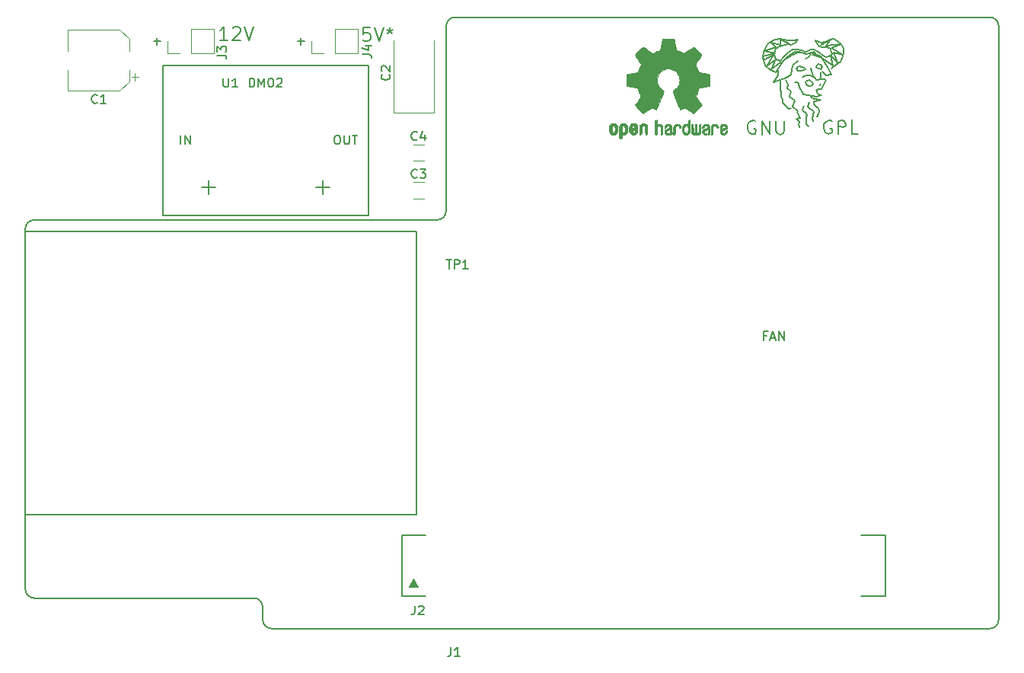
<source format=gto>
%TF.GenerationSoftware,KiCad,Pcbnew,(5.1.9)-1*%
%TF.CreationDate,2021-07-12T14:29:20+08:00*%
%TF.ProjectId,V1-10x10,56312d31-3078-4313-902e-6b696361645f,rev?*%
%TF.SameCoordinates,Original*%
%TF.FileFunction,Legend,Top*%
%TF.FilePolarity,Positive*%
%FSLAX46Y46*%
G04 Gerber Fmt 4.6, Leading zero omitted, Abs format (unit mm)*
G04 Created by KiCad (PCBNEW (5.1.9)-1) date 2021-07-12 14:29:20*
%MOMM*%
%LPD*%
G01*
G04 APERTURE LIST*
%ADD10C,0.200000*%
%ADD11C,0.150000*%
%ADD12C,0.152400*%
%ADD13C,0.100000*%
%ADD14C,0.010000*%
%ADD15C,0.120000*%
G04 APERTURE END LIST*
D10*
X122049952Y-59126428D02*
X121288047Y-59126428D01*
X121669000Y-59507380D02*
X121669000Y-58745476D01*
X106047952Y-59126428D02*
X105286047Y-59126428D01*
X105667000Y-59507380D02*
X105667000Y-58745476D01*
D11*
X129320857Y-57598571D02*
X128606571Y-57598571D01*
X128535142Y-58312857D01*
X128606571Y-58241428D01*
X128749428Y-58170000D01*
X129106571Y-58170000D01*
X129249428Y-58241428D01*
X129320857Y-58312857D01*
X129392285Y-58455714D01*
X129392285Y-58812857D01*
X129320857Y-58955714D01*
X129249428Y-59027142D01*
X129106571Y-59098571D01*
X128749428Y-59098571D01*
X128606571Y-59027142D01*
X128535142Y-58955714D01*
X129820857Y-57598571D02*
X130320857Y-59098571D01*
X130820857Y-57598571D01*
X131535142Y-57598571D02*
X131535142Y-57955714D01*
X131178000Y-57812857D02*
X131535142Y-57955714D01*
X131892285Y-57812857D01*
X131320857Y-58241428D02*
X131535142Y-57955714D01*
X131749428Y-58241428D01*
X113501428Y-58971571D02*
X112644285Y-58971571D01*
X113072857Y-58971571D02*
X113072857Y-57471571D01*
X112930000Y-57685857D01*
X112787142Y-57828714D01*
X112644285Y-57900142D01*
X114072857Y-57614428D02*
X114144285Y-57543000D01*
X114287142Y-57471571D01*
X114644285Y-57471571D01*
X114787142Y-57543000D01*
X114858571Y-57614428D01*
X114930000Y-57757285D01*
X114930000Y-57900142D01*
X114858571Y-58114428D01*
X114001428Y-58971571D01*
X114930000Y-58971571D01*
X115358571Y-57471571D02*
X115858571Y-58971571D01*
X116358571Y-57471571D01*
D12*
X186650000Y-120820000D02*
X183950000Y-120820000D01*
X132850000Y-120820000D02*
X132850000Y-114020000D01*
D13*
G36*
X134650000Y-119820000D02*
G01*
X133650000Y-119820000D01*
X134150000Y-118820000D01*
X134650000Y-119820000D01*
G37*
X134650000Y-119820000D02*
X133650000Y-119820000D01*
X134150000Y-118820000D01*
X134650000Y-119820000D01*
D12*
X183950000Y-114020000D02*
X186650000Y-114020000D01*
X186650000Y-114020000D02*
X186650000Y-120820000D01*
X135550000Y-120820000D02*
X132850000Y-120820000D01*
X132850000Y-114020000D02*
X135550000Y-114020000D01*
D10*
X91000000Y-80249999D02*
X91000000Y-79969999D01*
X136800000Y-78969999D02*
X92000000Y-78969999D01*
X134525000Y-111749999D02*
X134525000Y-80249999D01*
X137800000Y-57419999D02*
X137800000Y-77969999D01*
X92000000Y-121019999D02*
X116400000Y-121019999D01*
X198250000Y-56419999D02*
X138800000Y-56419999D01*
X118400000Y-124419999D02*
X198250000Y-124419999D01*
X117400000Y-123419999D02*
X117400000Y-122019999D01*
X91000000Y-111749999D02*
X134525000Y-111749999D01*
X134525000Y-80249999D02*
X91000000Y-80249999D01*
X199250000Y-123419999D02*
X199250000Y-57419999D01*
X91000000Y-112024999D02*
X91000000Y-111749999D01*
X91000000Y-80249999D02*
X91000000Y-120019999D01*
X198250000Y-124419999D02*
G75*
G03*
X199250000Y-123419999I0J1000000D01*
G01*
X117400000Y-122019999D02*
G75*
G03*
X116400000Y-121019999I-1000000J0D01*
G01*
X117400000Y-123419999D02*
G75*
G03*
X118400000Y-124419999I1000000J0D01*
G01*
X92000000Y-121019999D02*
G75*
G02*
X91000000Y-120019999I0J1000000D01*
G01*
X137800000Y-57419999D02*
G75*
G02*
X138800000Y-56419999I1000000J0D01*
G01*
X136800000Y-78969999D02*
G75*
G03*
X137800000Y-77969999I0J1000000D01*
G01*
X199250000Y-57419999D02*
G75*
G03*
X198250000Y-56419999I-1000000J0D01*
G01*
X91000000Y-79969999D02*
G75*
G02*
X92000000Y-78969999I1000000J0D01*
G01*
D14*
G36*
X162707014Y-58815998D02*
G01*
X162865006Y-58816863D01*
X162979347Y-58819205D01*
X163057407Y-58823762D01*
X163106554Y-58831270D01*
X163134159Y-58842466D01*
X163147592Y-58858088D01*
X163154221Y-58878873D01*
X163154865Y-58881563D01*
X163164935Y-58930113D01*
X163183575Y-59025905D01*
X163208845Y-59158743D01*
X163238807Y-59318431D01*
X163271522Y-59494774D01*
X163272664Y-59500967D01*
X163305433Y-59673782D01*
X163336093Y-59826469D01*
X163362664Y-59949871D01*
X163383167Y-60034831D01*
X163395626Y-60072190D01*
X163396220Y-60072852D01*
X163432919Y-60091095D01*
X163508586Y-60121497D01*
X163606878Y-60157493D01*
X163607425Y-60157685D01*
X163731233Y-60204222D01*
X163877196Y-60263504D01*
X164014781Y-60323109D01*
X164021293Y-60326056D01*
X164245390Y-60427765D01*
X164741619Y-60088897D01*
X164893846Y-59985592D01*
X165031741Y-59893237D01*
X165147315Y-59817084D01*
X165232579Y-59762385D01*
X165279544Y-59734393D01*
X165284004Y-59732317D01*
X165318134Y-59741560D01*
X165381881Y-59786156D01*
X165477731Y-59868209D01*
X165608169Y-59989821D01*
X165741328Y-60119205D01*
X165869694Y-60246702D01*
X165984581Y-60363046D01*
X166079073Y-60461052D01*
X166146253Y-60533536D01*
X166179206Y-60573313D01*
X166180432Y-60575361D01*
X166184074Y-60602656D01*
X166170350Y-60647234D01*
X166135869Y-60715112D01*
X166077239Y-60812311D01*
X165991070Y-60944851D01*
X165876200Y-61115476D01*
X165774254Y-61265655D01*
X165683123Y-61400350D01*
X165608073Y-61511740D01*
X165554369Y-61592005D01*
X165527280Y-61633325D01*
X165525574Y-61636130D01*
X165528882Y-61675721D01*
X165553953Y-61752669D01*
X165595798Y-61852432D01*
X165610712Y-61884291D01*
X165675786Y-62026226D01*
X165745212Y-62187273D01*
X165801609Y-62326621D01*
X165842247Y-62430044D01*
X165874526Y-62508642D01*
X165893178Y-62549720D01*
X165895497Y-62552885D01*
X165929803Y-62558128D01*
X166010669Y-62572494D01*
X166127343Y-62593937D01*
X166269075Y-62620413D01*
X166425110Y-62649877D01*
X166584698Y-62680283D01*
X166737085Y-62709588D01*
X166871521Y-62735745D01*
X166977252Y-62756710D01*
X167043526Y-62770439D01*
X167059782Y-62774320D01*
X167076573Y-62783900D01*
X167089249Y-62805536D01*
X167098378Y-62846531D01*
X167104531Y-62914189D01*
X167108280Y-63015812D01*
X167110192Y-63158703D01*
X167110840Y-63350165D01*
X167110874Y-63428645D01*
X167110874Y-64066906D01*
X166957598Y-64097160D01*
X166872322Y-64113564D01*
X166745070Y-64137509D01*
X166591315Y-64166107D01*
X166426534Y-64196467D01*
X166380989Y-64204806D01*
X166228932Y-64234370D01*
X166096468Y-64263442D01*
X165994714Y-64289329D01*
X165934788Y-64309337D01*
X165924805Y-64315301D01*
X165900293Y-64357534D01*
X165865148Y-64439370D01*
X165826173Y-64544683D01*
X165818442Y-64567368D01*
X165767360Y-64708018D01*
X165703954Y-64866714D01*
X165641904Y-65009225D01*
X165641598Y-65009886D01*
X165538267Y-65233440D01*
X166217961Y-66233232D01*
X165781621Y-66670300D01*
X165649649Y-66800381D01*
X165529279Y-66915048D01*
X165427273Y-67008181D01*
X165350391Y-67073658D01*
X165305393Y-67105357D01*
X165298938Y-67107368D01*
X165261040Y-67091529D01*
X165183708Y-67047496D01*
X165075389Y-66980490D01*
X164944532Y-66895734D01*
X164803052Y-66800816D01*
X164659461Y-66703998D01*
X164531435Y-66619751D01*
X164427105Y-66553258D01*
X164354600Y-66509702D01*
X164322158Y-66494264D01*
X164282576Y-66507328D01*
X164207519Y-66541750D01*
X164112468Y-66590380D01*
X164102392Y-66595785D01*
X163974391Y-66659980D01*
X163886618Y-66691463D01*
X163832028Y-66691798D01*
X163803575Y-66662548D01*
X163803410Y-66662138D01*
X163789188Y-66627498D01*
X163755269Y-66545269D01*
X163704284Y-66421814D01*
X163638862Y-66263498D01*
X163561634Y-66076686D01*
X163475229Y-65867742D01*
X163391551Y-65665446D01*
X163299588Y-65442200D01*
X163215150Y-65235392D01*
X163140769Y-65051362D01*
X163078974Y-64896451D01*
X163032297Y-64776996D01*
X163003268Y-64699339D01*
X162994322Y-64670356D01*
X163016756Y-64637110D01*
X163075439Y-64584123D01*
X163153689Y-64525704D01*
X163376534Y-64340952D01*
X163550718Y-64129182D01*
X163674154Y-63894856D01*
X163744754Y-63642434D01*
X163760431Y-63376377D01*
X163749036Y-63253575D01*
X163686950Y-62998793D01*
X163580023Y-62773801D01*
X163434889Y-62580817D01*
X163258178Y-62422061D01*
X163056522Y-62299750D01*
X162836554Y-62216105D01*
X162604906Y-62173344D01*
X162368209Y-62173687D01*
X162133095Y-62219352D01*
X161906196Y-62312559D01*
X161694144Y-62455527D01*
X161605636Y-62536383D01*
X161435889Y-62744007D01*
X161317699Y-62970895D01*
X161250278Y-63210433D01*
X161232840Y-63456007D01*
X161264598Y-63701003D01*
X161344765Y-63938808D01*
X161472555Y-64162807D01*
X161647180Y-64366387D01*
X161842312Y-64525704D01*
X161923591Y-64586602D01*
X161981009Y-64639015D01*
X162001678Y-64670406D01*
X161990856Y-64704639D01*
X161960077Y-64786419D01*
X161911874Y-64909407D01*
X161848778Y-65067263D01*
X161773322Y-65253649D01*
X161688038Y-65462226D01*
X161604219Y-65665496D01*
X161511745Y-65888933D01*
X161426089Y-66095984D01*
X161349882Y-66280286D01*
X161285753Y-66435475D01*
X161236332Y-66555188D01*
X161204248Y-66633061D01*
X161192359Y-66662138D01*
X161164274Y-66691677D01*
X161109949Y-66691591D01*
X161022395Y-66660326D01*
X160894619Y-66596329D01*
X160893608Y-66595785D01*
X160797402Y-66546121D01*
X160719631Y-66509945D01*
X160675777Y-66494408D01*
X160673842Y-66494264D01*
X160640829Y-66510024D01*
X160567946Y-66553850D01*
X160463322Y-66620557D01*
X160335090Y-66704964D01*
X160192948Y-66800816D01*
X160048233Y-66897867D01*
X159917804Y-66982270D01*
X159810110Y-67048801D01*
X159733598Y-67092238D01*
X159697062Y-67107368D01*
X159663418Y-67087482D01*
X159595776Y-67031903D01*
X159500893Y-66946754D01*
X159385530Y-66838153D01*
X159256445Y-66712221D01*
X159214229Y-66670149D01*
X158777739Y-66232931D01*
X159109977Y-65745340D01*
X159210946Y-65595605D01*
X159299562Y-65461220D01*
X159370854Y-65349969D01*
X159419850Y-65269639D01*
X159441578Y-65228014D01*
X159442215Y-65225053D01*
X159430760Y-65185818D01*
X159399949Y-65106895D01*
X159355116Y-65001509D01*
X159323647Y-64930954D01*
X159264808Y-64795876D01*
X159209396Y-64659409D01*
X159166436Y-64544103D01*
X159154766Y-64508977D01*
X159121611Y-64415174D01*
X159089201Y-64342694D01*
X159071399Y-64315301D01*
X159032114Y-64298536D01*
X158946374Y-64274770D01*
X158825303Y-64246697D01*
X158680027Y-64217009D01*
X158615012Y-64204806D01*
X158449913Y-64174468D01*
X158291552Y-64145093D01*
X158155404Y-64119569D01*
X158056943Y-64100785D01*
X158038402Y-64097160D01*
X157885127Y-64066906D01*
X157885127Y-63428645D01*
X157885471Y-63218770D01*
X157886884Y-63059980D01*
X157889936Y-62944973D01*
X157895197Y-62866446D01*
X157903237Y-62817096D01*
X157914627Y-62789619D01*
X157929937Y-62776713D01*
X157936218Y-62774320D01*
X157974104Y-62765833D01*
X158057805Y-62748900D01*
X158176567Y-62725566D01*
X158319639Y-62697875D01*
X158476268Y-62667873D01*
X158635703Y-62637604D01*
X158787191Y-62609115D01*
X158919981Y-62584449D01*
X159023319Y-62565651D01*
X159086455Y-62554767D01*
X159100503Y-62552885D01*
X159113230Y-62527704D01*
X159141400Y-62460622D01*
X159179748Y-62364333D01*
X159194391Y-62326621D01*
X159253452Y-62180921D01*
X159323000Y-62019951D01*
X159385288Y-61884291D01*
X159431121Y-61780561D01*
X159461613Y-61695326D01*
X159471792Y-61643126D01*
X159470169Y-61636130D01*
X159448657Y-61603102D01*
X159399535Y-61529643D01*
X159328077Y-61423577D01*
X159239555Y-61292726D01*
X159139241Y-61144912D01*
X159119406Y-61115734D01*
X159003012Y-60942863D01*
X158917452Y-60811226D01*
X158859316Y-60714761D01*
X158825192Y-60647408D01*
X158811669Y-60603106D01*
X158815336Y-60575794D01*
X158815430Y-60575620D01*
X158844293Y-60539746D01*
X158908133Y-60470391D01*
X159000031Y-60374745D01*
X159113067Y-60259999D01*
X159240321Y-60133341D01*
X159254672Y-60119205D01*
X159415043Y-59963903D01*
X159538805Y-59849870D01*
X159628445Y-59775002D01*
X159686448Y-59737196D01*
X159711996Y-59732317D01*
X159749282Y-59753603D01*
X159826657Y-59802773D01*
X159936133Y-59874575D01*
X160069720Y-59963755D01*
X160219430Y-60065063D01*
X160254382Y-60088897D01*
X160750610Y-60427765D01*
X160974707Y-60326056D01*
X161110989Y-60266783D01*
X161257276Y-60207170D01*
X161383035Y-60159640D01*
X161388575Y-60157685D01*
X161486943Y-60121677D01*
X161562771Y-60091229D01*
X161599718Y-60072905D01*
X161599780Y-60072852D01*
X161611504Y-60039729D01*
X161631432Y-59958267D01*
X161657587Y-59837625D01*
X161687990Y-59686959D01*
X161720663Y-59515428D01*
X161723336Y-59500967D01*
X161756110Y-59324235D01*
X161786198Y-59163810D01*
X161811661Y-59029888D01*
X161830559Y-58932663D01*
X161840953Y-58882332D01*
X161841135Y-58881563D01*
X161847461Y-58860153D01*
X161859761Y-58843988D01*
X161885406Y-58832331D01*
X161931765Y-58824445D01*
X162006208Y-58819593D01*
X162116105Y-58817039D01*
X162268825Y-58816045D01*
X162471738Y-58815874D01*
X162498000Y-58815874D01*
X162707014Y-58815998D01*
G37*
X162707014Y-58815998D02*
X162865006Y-58816863D01*
X162979347Y-58819205D01*
X163057407Y-58823762D01*
X163106554Y-58831270D01*
X163134159Y-58842466D01*
X163147592Y-58858088D01*
X163154221Y-58878873D01*
X163154865Y-58881563D01*
X163164935Y-58930113D01*
X163183575Y-59025905D01*
X163208845Y-59158743D01*
X163238807Y-59318431D01*
X163271522Y-59494774D01*
X163272664Y-59500967D01*
X163305433Y-59673782D01*
X163336093Y-59826469D01*
X163362664Y-59949871D01*
X163383167Y-60034831D01*
X163395626Y-60072190D01*
X163396220Y-60072852D01*
X163432919Y-60091095D01*
X163508586Y-60121497D01*
X163606878Y-60157493D01*
X163607425Y-60157685D01*
X163731233Y-60204222D01*
X163877196Y-60263504D01*
X164014781Y-60323109D01*
X164021293Y-60326056D01*
X164245390Y-60427765D01*
X164741619Y-60088897D01*
X164893846Y-59985592D01*
X165031741Y-59893237D01*
X165147315Y-59817084D01*
X165232579Y-59762385D01*
X165279544Y-59734393D01*
X165284004Y-59732317D01*
X165318134Y-59741560D01*
X165381881Y-59786156D01*
X165477731Y-59868209D01*
X165608169Y-59989821D01*
X165741328Y-60119205D01*
X165869694Y-60246702D01*
X165984581Y-60363046D01*
X166079073Y-60461052D01*
X166146253Y-60533536D01*
X166179206Y-60573313D01*
X166180432Y-60575361D01*
X166184074Y-60602656D01*
X166170350Y-60647234D01*
X166135869Y-60715112D01*
X166077239Y-60812311D01*
X165991070Y-60944851D01*
X165876200Y-61115476D01*
X165774254Y-61265655D01*
X165683123Y-61400350D01*
X165608073Y-61511740D01*
X165554369Y-61592005D01*
X165527280Y-61633325D01*
X165525574Y-61636130D01*
X165528882Y-61675721D01*
X165553953Y-61752669D01*
X165595798Y-61852432D01*
X165610712Y-61884291D01*
X165675786Y-62026226D01*
X165745212Y-62187273D01*
X165801609Y-62326621D01*
X165842247Y-62430044D01*
X165874526Y-62508642D01*
X165893178Y-62549720D01*
X165895497Y-62552885D01*
X165929803Y-62558128D01*
X166010669Y-62572494D01*
X166127343Y-62593937D01*
X166269075Y-62620413D01*
X166425110Y-62649877D01*
X166584698Y-62680283D01*
X166737085Y-62709588D01*
X166871521Y-62735745D01*
X166977252Y-62756710D01*
X167043526Y-62770439D01*
X167059782Y-62774320D01*
X167076573Y-62783900D01*
X167089249Y-62805536D01*
X167098378Y-62846531D01*
X167104531Y-62914189D01*
X167108280Y-63015812D01*
X167110192Y-63158703D01*
X167110840Y-63350165D01*
X167110874Y-63428645D01*
X167110874Y-64066906D01*
X166957598Y-64097160D01*
X166872322Y-64113564D01*
X166745070Y-64137509D01*
X166591315Y-64166107D01*
X166426534Y-64196467D01*
X166380989Y-64204806D01*
X166228932Y-64234370D01*
X166096468Y-64263442D01*
X165994714Y-64289329D01*
X165934788Y-64309337D01*
X165924805Y-64315301D01*
X165900293Y-64357534D01*
X165865148Y-64439370D01*
X165826173Y-64544683D01*
X165818442Y-64567368D01*
X165767360Y-64708018D01*
X165703954Y-64866714D01*
X165641904Y-65009225D01*
X165641598Y-65009886D01*
X165538267Y-65233440D01*
X166217961Y-66233232D01*
X165781621Y-66670300D01*
X165649649Y-66800381D01*
X165529279Y-66915048D01*
X165427273Y-67008181D01*
X165350391Y-67073658D01*
X165305393Y-67105357D01*
X165298938Y-67107368D01*
X165261040Y-67091529D01*
X165183708Y-67047496D01*
X165075389Y-66980490D01*
X164944532Y-66895734D01*
X164803052Y-66800816D01*
X164659461Y-66703998D01*
X164531435Y-66619751D01*
X164427105Y-66553258D01*
X164354600Y-66509702D01*
X164322158Y-66494264D01*
X164282576Y-66507328D01*
X164207519Y-66541750D01*
X164112468Y-66590380D01*
X164102392Y-66595785D01*
X163974391Y-66659980D01*
X163886618Y-66691463D01*
X163832028Y-66691798D01*
X163803575Y-66662548D01*
X163803410Y-66662138D01*
X163789188Y-66627498D01*
X163755269Y-66545269D01*
X163704284Y-66421814D01*
X163638862Y-66263498D01*
X163561634Y-66076686D01*
X163475229Y-65867742D01*
X163391551Y-65665446D01*
X163299588Y-65442200D01*
X163215150Y-65235392D01*
X163140769Y-65051362D01*
X163078974Y-64896451D01*
X163032297Y-64776996D01*
X163003268Y-64699339D01*
X162994322Y-64670356D01*
X163016756Y-64637110D01*
X163075439Y-64584123D01*
X163153689Y-64525704D01*
X163376534Y-64340952D01*
X163550718Y-64129182D01*
X163674154Y-63894856D01*
X163744754Y-63642434D01*
X163760431Y-63376377D01*
X163749036Y-63253575D01*
X163686950Y-62998793D01*
X163580023Y-62773801D01*
X163434889Y-62580817D01*
X163258178Y-62422061D01*
X163056522Y-62299750D01*
X162836554Y-62216105D01*
X162604906Y-62173344D01*
X162368209Y-62173687D01*
X162133095Y-62219352D01*
X161906196Y-62312559D01*
X161694144Y-62455527D01*
X161605636Y-62536383D01*
X161435889Y-62744007D01*
X161317699Y-62970895D01*
X161250278Y-63210433D01*
X161232840Y-63456007D01*
X161264598Y-63701003D01*
X161344765Y-63938808D01*
X161472555Y-64162807D01*
X161647180Y-64366387D01*
X161842312Y-64525704D01*
X161923591Y-64586602D01*
X161981009Y-64639015D01*
X162001678Y-64670406D01*
X161990856Y-64704639D01*
X161960077Y-64786419D01*
X161911874Y-64909407D01*
X161848778Y-65067263D01*
X161773322Y-65253649D01*
X161688038Y-65462226D01*
X161604219Y-65665496D01*
X161511745Y-65888933D01*
X161426089Y-66095984D01*
X161349882Y-66280286D01*
X161285753Y-66435475D01*
X161236332Y-66555188D01*
X161204248Y-66633061D01*
X161192359Y-66662138D01*
X161164274Y-66691677D01*
X161109949Y-66691591D01*
X161022395Y-66660326D01*
X160894619Y-66596329D01*
X160893608Y-66595785D01*
X160797402Y-66546121D01*
X160719631Y-66509945D01*
X160675777Y-66494408D01*
X160673842Y-66494264D01*
X160640829Y-66510024D01*
X160567946Y-66553850D01*
X160463322Y-66620557D01*
X160335090Y-66704964D01*
X160192948Y-66800816D01*
X160048233Y-66897867D01*
X159917804Y-66982270D01*
X159810110Y-67048801D01*
X159733598Y-67092238D01*
X159697062Y-67107368D01*
X159663418Y-67087482D01*
X159595776Y-67031903D01*
X159500893Y-66946754D01*
X159385530Y-66838153D01*
X159256445Y-66712221D01*
X159214229Y-66670149D01*
X158777739Y-66232931D01*
X159109977Y-65745340D01*
X159210946Y-65595605D01*
X159299562Y-65461220D01*
X159370854Y-65349969D01*
X159419850Y-65269639D01*
X159441578Y-65228014D01*
X159442215Y-65225053D01*
X159430760Y-65185818D01*
X159399949Y-65106895D01*
X159355116Y-65001509D01*
X159323647Y-64930954D01*
X159264808Y-64795876D01*
X159209396Y-64659409D01*
X159166436Y-64544103D01*
X159154766Y-64508977D01*
X159121611Y-64415174D01*
X159089201Y-64342694D01*
X159071399Y-64315301D01*
X159032114Y-64298536D01*
X158946374Y-64274770D01*
X158825303Y-64246697D01*
X158680027Y-64217009D01*
X158615012Y-64204806D01*
X158449913Y-64174468D01*
X158291552Y-64145093D01*
X158155404Y-64119569D01*
X158056943Y-64100785D01*
X158038402Y-64097160D01*
X157885127Y-64066906D01*
X157885127Y-63428645D01*
X157885471Y-63218770D01*
X157886884Y-63059980D01*
X157889936Y-62944973D01*
X157895197Y-62866446D01*
X157903237Y-62817096D01*
X157914627Y-62789619D01*
X157929937Y-62776713D01*
X157936218Y-62774320D01*
X157974104Y-62765833D01*
X158057805Y-62748900D01*
X158176567Y-62725566D01*
X158319639Y-62697875D01*
X158476268Y-62667873D01*
X158635703Y-62637604D01*
X158787191Y-62609115D01*
X158919981Y-62584449D01*
X159023319Y-62565651D01*
X159086455Y-62554767D01*
X159100503Y-62552885D01*
X159113230Y-62527704D01*
X159141400Y-62460622D01*
X159179748Y-62364333D01*
X159194391Y-62326621D01*
X159253452Y-62180921D01*
X159323000Y-62019951D01*
X159385288Y-61884291D01*
X159431121Y-61780561D01*
X159461613Y-61695326D01*
X159471792Y-61643126D01*
X159470169Y-61636130D01*
X159448657Y-61603102D01*
X159399535Y-61529643D01*
X159328077Y-61423577D01*
X159239555Y-61292726D01*
X159139241Y-61144912D01*
X159119406Y-61115734D01*
X159003012Y-60942863D01*
X158917452Y-60811226D01*
X158859316Y-60714761D01*
X158825192Y-60647408D01*
X158811669Y-60603106D01*
X158815336Y-60575794D01*
X158815430Y-60575620D01*
X158844293Y-60539746D01*
X158908133Y-60470391D01*
X159000031Y-60374745D01*
X159113067Y-60259999D01*
X159240321Y-60133341D01*
X159254672Y-60119205D01*
X159415043Y-59963903D01*
X159538805Y-59849870D01*
X159628445Y-59775002D01*
X159686448Y-59737196D01*
X159711996Y-59732317D01*
X159749282Y-59753603D01*
X159826657Y-59802773D01*
X159936133Y-59874575D01*
X160069720Y-59963755D01*
X160219430Y-60065063D01*
X160254382Y-60088897D01*
X160750610Y-60427765D01*
X160974707Y-60326056D01*
X161110989Y-60266783D01*
X161257276Y-60207170D01*
X161383035Y-60159640D01*
X161388575Y-60157685D01*
X161486943Y-60121677D01*
X161562771Y-60091229D01*
X161599718Y-60072905D01*
X161599780Y-60072852D01*
X161611504Y-60039729D01*
X161631432Y-59958267D01*
X161657587Y-59837625D01*
X161687990Y-59686959D01*
X161720663Y-59515428D01*
X161723336Y-59500967D01*
X161756110Y-59324235D01*
X161786198Y-59163810D01*
X161811661Y-59029888D01*
X161830559Y-58932663D01*
X161840953Y-58882332D01*
X161841135Y-58881563D01*
X161847461Y-58860153D01*
X161859761Y-58843988D01*
X161885406Y-58832331D01*
X161931765Y-58824445D01*
X162006208Y-58819593D01*
X162116105Y-58817039D01*
X162268825Y-58816045D01*
X162471738Y-58815874D01*
X162498000Y-58815874D01*
X162707014Y-58815998D01*
G36*
X168841439Y-68319540D02*
G01*
X168956950Y-68395034D01*
X169012664Y-68462617D01*
X169056804Y-68585255D01*
X169060309Y-68682298D01*
X169052368Y-68812056D01*
X168753115Y-68943039D01*
X168607611Y-69009958D01*
X168512537Y-69063790D01*
X168463101Y-69110416D01*
X168454511Y-69155720D01*
X168481972Y-69205582D01*
X168512253Y-69238632D01*
X168600363Y-69291633D01*
X168696196Y-69295347D01*
X168784212Y-69254041D01*
X168848869Y-69171983D01*
X168860433Y-69143008D01*
X168915825Y-69052509D01*
X168979553Y-69013940D01*
X169066966Y-68980946D01*
X169066966Y-69106034D01*
X169059238Y-69191156D01*
X169028966Y-69262938D01*
X168965518Y-69345356D01*
X168956088Y-69356066D01*
X168885513Y-69429391D01*
X168824847Y-69468742D01*
X168748950Y-69486845D01*
X168686030Y-69492774D01*
X168573487Y-69494251D01*
X168493370Y-69475535D01*
X168443390Y-69447747D01*
X168364838Y-69386641D01*
X168310463Y-69320554D01*
X168276052Y-69237441D01*
X168257388Y-69125254D01*
X168250256Y-68971946D01*
X168249687Y-68894136D01*
X168251622Y-68800853D01*
X168427899Y-68800853D01*
X168429944Y-68850896D01*
X168435039Y-68859092D01*
X168468666Y-68847958D01*
X168541030Y-68818493D01*
X168637747Y-68776601D01*
X168657973Y-68767597D01*
X168780203Y-68705442D01*
X168847547Y-68650815D01*
X168862348Y-68599649D01*
X168826947Y-68547876D01*
X168797711Y-68525000D01*
X168692216Y-68479250D01*
X168593476Y-68486808D01*
X168510812Y-68542651D01*
X168453548Y-68641753D01*
X168435188Y-68720414D01*
X168427899Y-68800853D01*
X168251622Y-68800853D01*
X168253459Y-68712351D01*
X168267359Y-68577853D01*
X168294894Y-68479916D01*
X168339572Y-68407811D01*
X168404901Y-68350813D01*
X168433383Y-68332393D01*
X168562763Y-68284422D01*
X168704412Y-68281403D01*
X168841439Y-68319540D01*
G37*
X168841439Y-68319540D02*
X168956950Y-68395034D01*
X169012664Y-68462617D01*
X169056804Y-68585255D01*
X169060309Y-68682298D01*
X169052368Y-68812056D01*
X168753115Y-68943039D01*
X168607611Y-69009958D01*
X168512537Y-69063790D01*
X168463101Y-69110416D01*
X168454511Y-69155720D01*
X168481972Y-69205582D01*
X168512253Y-69238632D01*
X168600363Y-69291633D01*
X168696196Y-69295347D01*
X168784212Y-69254041D01*
X168848869Y-69171983D01*
X168860433Y-69143008D01*
X168915825Y-69052509D01*
X168979553Y-69013940D01*
X169066966Y-68980946D01*
X169066966Y-69106034D01*
X169059238Y-69191156D01*
X169028966Y-69262938D01*
X168965518Y-69345356D01*
X168956088Y-69356066D01*
X168885513Y-69429391D01*
X168824847Y-69468742D01*
X168748950Y-69486845D01*
X168686030Y-69492774D01*
X168573487Y-69494251D01*
X168493370Y-69475535D01*
X168443390Y-69447747D01*
X168364838Y-69386641D01*
X168310463Y-69320554D01*
X168276052Y-69237441D01*
X168257388Y-69125254D01*
X168250256Y-68971946D01*
X168249687Y-68894136D01*
X168251622Y-68800853D01*
X168427899Y-68800853D01*
X168429944Y-68850896D01*
X168435039Y-68859092D01*
X168468666Y-68847958D01*
X168541030Y-68818493D01*
X168637747Y-68776601D01*
X168657973Y-68767597D01*
X168780203Y-68705442D01*
X168847547Y-68650815D01*
X168862348Y-68599649D01*
X168826947Y-68547876D01*
X168797711Y-68525000D01*
X168692216Y-68479250D01*
X168593476Y-68486808D01*
X168510812Y-68542651D01*
X168453548Y-68641753D01*
X168435188Y-68720414D01*
X168427899Y-68800853D01*
X168251622Y-68800853D01*
X168253459Y-68712351D01*
X168267359Y-68577853D01*
X168294894Y-68479916D01*
X168339572Y-68407811D01*
X168404901Y-68350813D01*
X168433383Y-68332393D01*
X168562763Y-68284422D01*
X168704412Y-68281403D01*
X168841439Y-68319540D01*
G36*
X167833690Y-68303018D02*
G01*
X167868585Y-68318269D01*
X167951877Y-68384235D01*
X168023103Y-68479618D01*
X168067153Y-68581406D01*
X168074322Y-68631587D01*
X168050285Y-68701647D01*
X167997561Y-68738717D01*
X167941031Y-68761164D01*
X167915146Y-68765300D01*
X167902542Y-68735283D01*
X167877654Y-68669961D01*
X167866735Y-68640445D01*
X167805508Y-68538348D01*
X167716861Y-68487423D01*
X167603193Y-68488989D01*
X167594774Y-68490994D01*
X167534088Y-68519767D01*
X167489474Y-68575859D01*
X167459002Y-68666163D01*
X167440744Y-68797571D01*
X167432771Y-68976974D01*
X167432023Y-69072433D01*
X167431652Y-69222913D01*
X167429223Y-69325495D01*
X167422760Y-69390672D01*
X167410288Y-69428938D01*
X167389833Y-69450785D01*
X167359419Y-69466707D01*
X167357661Y-69467509D01*
X167299091Y-69492272D01*
X167270075Y-69501391D01*
X167265616Y-69473822D01*
X167261799Y-69397620D01*
X167258899Y-69282541D01*
X167257191Y-69138341D01*
X167256851Y-69032814D01*
X167258588Y-68828613D01*
X167265382Y-68673697D01*
X167279607Y-68559024D01*
X167303638Y-68475551D01*
X167339848Y-68414236D01*
X167390612Y-68366034D01*
X167440739Y-68332393D01*
X167561275Y-68287619D01*
X167701557Y-68277521D01*
X167833690Y-68303018D01*
G37*
X167833690Y-68303018D02*
X167868585Y-68318269D01*
X167951877Y-68384235D01*
X168023103Y-68479618D01*
X168067153Y-68581406D01*
X168074322Y-68631587D01*
X168050285Y-68701647D01*
X167997561Y-68738717D01*
X167941031Y-68761164D01*
X167915146Y-68765300D01*
X167902542Y-68735283D01*
X167877654Y-68669961D01*
X167866735Y-68640445D01*
X167805508Y-68538348D01*
X167716861Y-68487423D01*
X167603193Y-68488989D01*
X167594774Y-68490994D01*
X167534088Y-68519767D01*
X167489474Y-68575859D01*
X167459002Y-68666163D01*
X167440744Y-68797571D01*
X167432771Y-68976974D01*
X167432023Y-69072433D01*
X167431652Y-69222913D01*
X167429223Y-69325495D01*
X167422760Y-69390672D01*
X167410288Y-69428938D01*
X167389833Y-69450785D01*
X167359419Y-69466707D01*
X167357661Y-69467509D01*
X167299091Y-69492272D01*
X167270075Y-69501391D01*
X167265616Y-69473822D01*
X167261799Y-69397620D01*
X167258899Y-69282541D01*
X167257191Y-69138341D01*
X167256851Y-69032814D01*
X167258588Y-68828613D01*
X167265382Y-68673697D01*
X167279607Y-68559024D01*
X167303638Y-68475551D01*
X167339848Y-68414236D01*
X167390612Y-68366034D01*
X167440739Y-68332393D01*
X167561275Y-68287619D01*
X167701557Y-68277521D01*
X167833690Y-68303018D01*
G36*
X166812406Y-68298156D02*
G01*
X166896469Y-68336393D01*
X166962450Y-68382726D01*
X167010794Y-68434532D01*
X167044172Y-68501363D01*
X167065253Y-68592769D01*
X167076707Y-68718301D01*
X167081203Y-68887508D01*
X167081678Y-68998933D01*
X167081678Y-69433627D01*
X167007316Y-69467509D01*
X166948746Y-69492272D01*
X166919730Y-69501391D01*
X166914179Y-69474257D01*
X166909775Y-69401094D01*
X166907078Y-69294263D01*
X166906506Y-69209437D01*
X166904046Y-69086887D01*
X166897412Y-68989668D01*
X166887726Y-68930134D01*
X166880032Y-68917483D01*
X166828311Y-68930402D01*
X166747117Y-68963539D01*
X166653102Y-69008461D01*
X166562917Y-69056735D01*
X166493215Y-69099928D01*
X166460648Y-69129608D01*
X166460519Y-69129929D01*
X166463320Y-69184857D01*
X166488439Y-69237292D01*
X166532541Y-69279881D01*
X166596909Y-69294126D01*
X166651921Y-69292466D01*
X166729835Y-69291245D01*
X166770732Y-69309498D01*
X166795295Y-69357726D01*
X166798392Y-69366820D01*
X166809040Y-69435598D01*
X166780565Y-69477360D01*
X166706344Y-69497263D01*
X166626168Y-69500944D01*
X166481890Y-69473658D01*
X166407203Y-69434690D01*
X166314963Y-69343148D01*
X166266043Y-69230782D01*
X166261654Y-69112051D01*
X166303001Y-69001411D01*
X166365197Y-68932080D01*
X166427294Y-68893265D01*
X166524895Y-68844125D01*
X166638632Y-68794292D01*
X166657590Y-68786677D01*
X166782521Y-68731545D01*
X166854539Y-68682954D01*
X166877700Y-68634647D01*
X166856064Y-68580370D01*
X166818920Y-68537943D01*
X166731127Y-68485702D01*
X166634530Y-68481784D01*
X166545944Y-68522041D01*
X166482186Y-68602326D01*
X166473817Y-68623040D01*
X166425096Y-68699225D01*
X166353965Y-68755785D01*
X166264207Y-68802201D01*
X166264207Y-68670584D01*
X166269490Y-68590168D01*
X166292142Y-68526786D01*
X166342367Y-68459163D01*
X166390582Y-68407076D01*
X166465554Y-68333322D01*
X166523806Y-68293702D01*
X166586372Y-68277810D01*
X166657193Y-68275184D01*
X166812406Y-68298156D01*
G37*
X166812406Y-68298156D02*
X166896469Y-68336393D01*
X166962450Y-68382726D01*
X167010794Y-68434532D01*
X167044172Y-68501363D01*
X167065253Y-68592769D01*
X167076707Y-68718301D01*
X167081203Y-68887508D01*
X167081678Y-68998933D01*
X167081678Y-69433627D01*
X167007316Y-69467509D01*
X166948746Y-69492272D01*
X166919730Y-69501391D01*
X166914179Y-69474257D01*
X166909775Y-69401094D01*
X166907078Y-69294263D01*
X166906506Y-69209437D01*
X166904046Y-69086887D01*
X166897412Y-68989668D01*
X166887726Y-68930134D01*
X166880032Y-68917483D01*
X166828311Y-68930402D01*
X166747117Y-68963539D01*
X166653102Y-69008461D01*
X166562917Y-69056735D01*
X166493215Y-69099928D01*
X166460648Y-69129608D01*
X166460519Y-69129929D01*
X166463320Y-69184857D01*
X166488439Y-69237292D01*
X166532541Y-69279881D01*
X166596909Y-69294126D01*
X166651921Y-69292466D01*
X166729835Y-69291245D01*
X166770732Y-69309498D01*
X166795295Y-69357726D01*
X166798392Y-69366820D01*
X166809040Y-69435598D01*
X166780565Y-69477360D01*
X166706344Y-69497263D01*
X166626168Y-69500944D01*
X166481890Y-69473658D01*
X166407203Y-69434690D01*
X166314963Y-69343148D01*
X166266043Y-69230782D01*
X166261654Y-69112051D01*
X166303001Y-69001411D01*
X166365197Y-68932080D01*
X166427294Y-68893265D01*
X166524895Y-68844125D01*
X166638632Y-68794292D01*
X166657590Y-68786677D01*
X166782521Y-68731545D01*
X166854539Y-68682954D01*
X166877700Y-68634647D01*
X166856064Y-68580370D01*
X166818920Y-68537943D01*
X166731127Y-68485702D01*
X166634530Y-68481784D01*
X166545944Y-68522041D01*
X166482186Y-68602326D01*
X166473817Y-68623040D01*
X166425096Y-68699225D01*
X166353965Y-68755785D01*
X166264207Y-68802201D01*
X166264207Y-68670584D01*
X166269490Y-68590168D01*
X166292142Y-68526786D01*
X166342367Y-68459163D01*
X166390582Y-68407076D01*
X166465554Y-68333322D01*
X166523806Y-68293702D01*
X166586372Y-68277810D01*
X166657193Y-68275184D01*
X166812406Y-68298156D01*
G36*
X166078124Y-68302840D02*
G01*
X166082579Y-68379653D01*
X166086071Y-68496391D01*
X166088315Y-68643821D01*
X166089035Y-68798455D01*
X166089035Y-69321727D01*
X165996645Y-69414117D01*
X165932978Y-69471047D01*
X165877089Y-69494107D01*
X165800702Y-69492647D01*
X165770380Y-69488934D01*
X165675610Y-69478126D01*
X165597222Y-69471933D01*
X165578115Y-69471361D01*
X165513699Y-69475102D01*
X165421571Y-69484494D01*
X165385850Y-69488934D01*
X165298114Y-69495801D01*
X165239153Y-69480885D01*
X165180690Y-69434835D01*
X165159585Y-69414117D01*
X165067195Y-69321727D01*
X165067195Y-68342947D01*
X165141558Y-68309066D01*
X165205590Y-68283970D01*
X165243052Y-68275184D01*
X165252657Y-68302950D01*
X165261635Y-68380530D01*
X165269386Y-68499348D01*
X165275314Y-68650828D01*
X165278173Y-68778805D01*
X165286161Y-69282425D01*
X165355848Y-69292278D01*
X165419229Y-69285389D01*
X165450286Y-69263083D01*
X165458967Y-69221379D01*
X165466378Y-69132544D01*
X165471931Y-69007834D01*
X165475036Y-68858507D01*
X165475484Y-68781661D01*
X165475931Y-68339287D01*
X165567874Y-68307235D01*
X165632949Y-68285443D01*
X165668347Y-68275281D01*
X165669368Y-68275184D01*
X165672920Y-68302809D01*
X165676823Y-68379411D01*
X165680751Y-68495579D01*
X165684376Y-68641904D01*
X165686908Y-68778805D01*
X165694897Y-69282425D01*
X165870069Y-69282425D01*
X165878107Y-68822965D01*
X165886146Y-68363505D01*
X165971543Y-68319344D01*
X166034593Y-68289019D01*
X166071910Y-68275258D01*
X166072987Y-68275184D01*
X166078124Y-68302840D01*
G37*
X166078124Y-68302840D02*
X166082579Y-68379653D01*
X166086071Y-68496391D01*
X166088315Y-68643821D01*
X166089035Y-68798455D01*
X166089035Y-69321727D01*
X165996645Y-69414117D01*
X165932978Y-69471047D01*
X165877089Y-69494107D01*
X165800702Y-69492647D01*
X165770380Y-69488934D01*
X165675610Y-69478126D01*
X165597222Y-69471933D01*
X165578115Y-69471361D01*
X165513699Y-69475102D01*
X165421571Y-69484494D01*
X165385850Y-69488934D01*
X165298114Y-69495801D01*
X165239153Y-69480885D01*
X165180690Y-69434835D01*
X165159585Y-69414117D01*
X165067195Y-69321727D01*
X165067195Y-68342947D01*
X165141558Y-68309066D01*
X165205590Y-68283970D01*
X165243052Y-68275184D01*
X165252657Y-68302950D01*
X165261635Y-68380530D01*
X165269386Y-68499348D01*
X165275314Y-68650828D01*
X165278173Y-68778805D01*
X165286161Y-69282425D01*
X165355848Y-69292278D01*
X165419229Y-69285389D01*
X165450286Y-69263083D01*
X165458967Y-69221379D01*
X165466378Y-69132544D01*
X165471931Y-69007834D01*
X165475036Y-68858507D01*
X165475484Y-68781661D01*
X165475931Y-68339287D01*
X165567874Y-68307235D01*
X165632949Y-68285443D01*
X165668347Y-68275281D01*
X165669368Y-68275184D01*
X165672920Y-68302809D01*
X165676823Y-68379411D01*
X165680751Y-68495579D01*
X165684376Y-68641904D01*
X165686908Y-68778805D01*
X165694897Y-69282425D01*
X165870069Y-69282425D01*
X165878107Y-68822965D01*
X165886146Y-68363505D01*
X165971543Y-68319344D01*
X166034593Y-68289019D01*
X166071910Y-68275258D01*
X166072987Y-68275184D01*
X166078124Y-68302840D01*
G36*
X164891914Y-68517455D02*
G01*
X164891543Y-68735661D01*
X164890108Y-68903519D01*
X164887002Y-69029070D01*
X164881622Y-69120355D01*
X164873362Y-69185415D01*
X164861616Y-69232291D01*
X164845781Y-69269024D01*
X164833790Y-69289991D01*
X164734490Y-69403694D01*
X164608588Y-69474965D01*
X164469291Y-69500538D01*
X164329805Y-69477150D01*
X164246743Y-69435119D01*
X164159545Y-69362411D01*
X164100117Y-69273612D01*
X164064261Y-69157320D01*
X164047781Y-69002135D01*
X164045447Y-68888287D01*
X164045761Y-68880106D01*
X164249724Y-68880106D01*
X164250970Y-69010657D01*
X164256678Y-69097080D01*
X164269804Y-69153618D01*
X164293306Y-69194514D01*
X164321386Y-69225362D01*
X164415688Y-69284905D01*
X164516940Y-69289992D01*
X164612636Y-69240279D01*
X164620084Y-69233543D01*
X164651874Y-69198502D01*
X164671808Y-69156811D01*
X164682600Y-69094762D01*
X164686965Y-68998644D01*
X164687655Y-68892379D01*
X164686159Y-68758880D01*
X164679964Y-68669822D01*
X164666514Y-68611293D01*
X164643251Y-68569382D01*
X164624175Y-68547123D01*
X164535563Y-68490985D01*
X164433508Y-68484235D01*
X164336095Y-68527114D01*
X164317296Y-68543032D01*
X164285293Y-68578382D01*
X164265318Y-68620502D01*
X164254593Y-68683251D01*
X164250339Y-68780487D01*
X164249724Y-68880106D01*
X164045761Y-68880106D01*
X164052504Y-68704947D01*
X164076472Y-68567195D01*
X164121548Y-68463632D01*
X164191928Y-68382856D01*
X164246743Y-68341455D01*
X164346376Y-68296728D01*
X164461855Y-68275967D01*
X164569199Y-68281525D01*
X164629264Y-68303943D01*
X164652835Y-68310323D01*
X164668477Y-68286535D01*
X164679395Y-68222788D01*
X164687655Y-68125687D01*
X164696699Y-68017541D01*
X164709261Y-67952475D01*
X164732119Y-67915268D01*
X164772051Y-67890699D01*
X164797138Y-67879819D01*
X164892023Y-67840072D01*
X164891914Y-68517455D01*
G37*
X164891914Y-68517455D02*
X164891543Y-68735661D01*
X164890108Y-68903519D01*
X164887002Y-69029070D01*
X164881622Y-69120355D01*
X164873362Y-69185415D01*
X164861616Y-69232291D01*
X164845781Y-69269024D01*
X164833790Y-69289991D01*
X164734490Y-69403694D01*
X164608588Y-69474965D01*
X164469291Y-69500538D01*
X164329805Y-69477150D01*
X164246743Y-69435119D01*
X164159545Y-69362411D01*
X164100117Y-69273612D01*
X164064261Y-69157320D01*
X164047781Y-69002135D01*
X164045447Y-68888287D01*
X164045761Y-68880106D01*
X164249724Y-68880106D01*
X164250970Y-69010657D01*
X164256678Y-69097080D01*
X164269804Y-69153618D01*
X164293306Y-69194514D01*
X164321386Y-69225362D01*
X164415688Y-69284905D01*
X164516940Y-69289992D01*
X164612636Y-69240279D01*
X164620084Y-69233543D01*
X164651874Y-69198502D01*
X164671808Y-69156811D01*
X164682600Y-69094762D01*
X164686965Y-68998644D01*
X164687655Y-68892379D01*
X164686159Y-68758880D01*
X164679964Y-68669822D01*
X164666514Y-68611293D01*
X164643251Y-68569382D01*
X164624175Y-68547123D01*
X164535563Y-68490985D01*
X164433508Y-68484235D01*
X164336095Y-68527114D01*
X164317296Y-68543032D01*
X164285293Y-68578382D01*
X164265318Y-68620502D01*
X164254593Y-68683251D01*
X164250339Y-68780487D01*
X164249724Y-68880106D01*
X164045761Y-68880106D01*
X164052504Y-68704947D01*
X164076472Y-68567195D01*
X164121548Y-68463632D01*
X164191928Y-68382856D01*
X164246743Y-68341455D01*
X164346376Y-68296728D01*
X164461855Y-68275967D01*
X164569199Y-68281525D01*
X164629264Y-68303943D01*
X164652835Y-68310323D01*
X164668477Y-68286535D01*
X164679395Y-68222788D01*
X164687655Y-68125687D01*
X164696699Y-68017541D01*
X164709261Y-67952475D01*
X164732119Y-67915268D01*
X164772051Y-67890699D01*
X164797138Y-67879819D01*
X164892023Y-67840072D01*
X164891914Y-68517455D01*
G36*
X163563943Y-68284920D02*
G01*
X163696565Y-68333859D01*
X163804010Y-68420419D01*
X163846032Y-68481352D01*
X163891843Y-68593161D01*
X163890891Y-68674006D01*
X163842808Y-68728378D01*
X163825017Y-68737624D01*
X163748204Y-68766450D01*
X163708976Y-68759065D01*
X163695689Y-68710658D01*
X163695012Y-68683920D01*
X163670686Y-68585548D01*
X163607281Y-68516734D01*
X163519154Y-68483498D01*
X163420663Y-68491861D01*
X163340602Y-68535296D01*
X163313561Y-68560072D01*
X163294394Y-68590129D01*
X163281446Y-68635565D01*
X163273064Y-68706476D01*
X163267593Y-68812960D01*
X163263378Y-68965112D01*
X163262287Y-69013287D01*
X163258307Y-69178095D01*
X163253781Y-69294088D01*
X163246995Y-69370833D01*
X163236231Y-69417893D01*
X163219773Y-69444835D01*
X163195906Y-69461223D01*
X163180626Y-69468463D01*
X163115733Y-69493220D01*
X163077534Y-69501391D01*
X163064912Y-69474103D01*
X163057208Y-69391603D01*
X163054380Y-69252941D01*
X163056386Y-69057162D01*
X163057011Y-69026965D01*
X163061421Y-68848349D01*
X163066635Y-68717923D01*
X163074055Y-68625492D01*
X163085082Y-68560858D01*
X163101117Y-68513825D01*
X163123561Y-68474196D01*
X163135302Y-68457215D01*
X163202619Y-68382080D01*
X163277910Y-68323638D01*
X163287128Y-68318536D01*
X163422133Y-68278260D01*
X163563943Y-68284920D01*
G37*
X163563943Y-68284920D02*
X163696565Y-68333859D01*
X163804010Y-68420419D01*
X163846032Y-68481352D01*
X163891843Y-68593161D01*
X163890891Y-68674006D01*
X163842808Y-68728378D01*
X163825017Y-68737624D01*
X163748204Y-68766450D01*
X163708976Y-68759065D01*
X163695689Y-68710658D01*
X163695012Y-68683920D01*
X163670686Y-68585548D01*
X163607281Y-68516734D01*
X163519154Y-68483498D01*
X163420663Y-68491861D01*
X163340602Y-68535296D01*
X163313561Y-68560072D01*
X163294394Y-68590129D01*
X163281446Y-68635565D01*
X163273064Y-68706476D01*
X163267593Y-68812960D01*
X163263378Y-68965112D01*
X163262287Y-69013287D01*
X163258307Y-69178095D01*
X163253781Y-69294088D01*
X163246995Y-69370833D01*
X163236231Y-69417893D01*
X163219773Y-69444835D01*
X163195906Y-69461223D01*
X163180626Y-69468463D01*
X163115733Y-69493220D01*
X163077534Y-69501391D01*
X163064912Y-69474103D01*
X163057208Y-69391603D01*
X163054380Y-69252941D01*
X163056386Y-69057162D01*
X163057011Y-69026965D01*
X163061421Y-68848349D01*
X163066635Y-68717923D01*
X163074055Y-68625492D01*
X163085082Y-68560858D01*
X163101117Y-68513825D01*
X163123561Y-68474196D01*
X163135302Y-68457215D01*
X163202619Y-68382080D01*
X163277910Y-68323638D01*
X163287128Y-68318536D01*
X163422133Y-68278260D01*
X163563943Y-68284920D01*
G36*
X162577944Y-68287360D02*
G01*
X162692343Y-68329842D01*
X162693652Y-68330658D01*
X162764403Y-68382730D01*
X162816636Y-68443584D01*
X162853371Y-68522887D01*
X162877634Y-68630309D01*
X162892445Y-68775517D01*
X162900829Y-68968179D01*
X162901564Y-68995628D01*
X162912120Y-69409521D01*
X162823291Y-69455456D01*
X162759018Y-69486498D01*
X162720210Y-69501206D01*
X162718415Y-69501391D01*
X162711700Y-69474250D01*
X162706365Y-69401041D01*
X162703083Y-69294081D01*
X162702368Y-69207469D01*
X162702351Y-69067162D01*
X162695937Y-68979051D01*
X162673580Y-68937025D01*
X162625732Y-68934975D01*
X162542849Y-68966790D01*
X162417713Y-69025272D01*
X162325697Y-69073845D01*
X162278371Y-69115986D01*
X162264458Y-69161916D01*
X162264437Y-69164189D01*
X162287395Y-69243311D01*
X162355370Y-69286055D01*
X162459398Y-69292246D01*
X162534330Y-69291172D01*
X162573839Y-69312753D01*
X162598478Y-69364591D01*
X162612659Y-69430632D01*
X162592223Y-69468104D01*
X162584528Y-69473467D01*
X162512083Y-69495006D01*
X162410633Y-69498055D01*
X162306157Y-69483778D01*
X162232125Y-69457688D01*
X162129772Y-69370785D01*
X162071591Y-69249816D01*
X162060069Y-69155308D01*
X162068862Y-69070062D01*
X162100680Y-69000476D01*
X162163684Y-68938672D01*
X162266031Y-68876772D01*
X162415882Y-68806897D01*
X162425012Y-68802948D01*
X162559997Y-68740588D01*
X162643294Y-68689446D01*
X162678997Y-68643488D01*
X162671203Y-68596683D01*
X162624007Y-68542998D01*
X162609894Y-68530644D01*
X162515359Y-68482741D01*
X162417406Y-68484758D01*
X162332097Y-68531724D01*
X162275496Y-68618669D01*
X162270237Y-68635734D01*
X162219023Y-68718504D01*
X162154037Y-68758372D01*
X162060069Y-68797882D01*
X162060069Y-68695658D01*
X162088653Y-68547072D01*
X162173495Y-68410784D01*
X162217645Y-68365191D01*
X162318005Y-68306674D01*
X162445635Y-68280184D01*
X162577944Y-68287360D01*
G37*
X162577944Y-68287360D02*
X162692343Y-68329842D01*
X162693652Y-68330658D01*
X162764403Y-68382730D01*
X162816636Y-68443584D01*
X162853371Y-68522887D01*
X162877634Y-68630309D01*
X162892445Y-68775517D01*
X162900829Y-68968179D01*
X162901564Y-68995628D01*
X162912120Y-69409521D01*
X162823291Y-69455456D01*
X162759018Y-69486498D01*
X162720210Y-69501206D01*
X162718415Y-69501391D01*
X162711700Y-69474250D01*
X162706365Y-69401041D01*
X162703083Y-69294081D01*
X162702368Y-69207469D01*
X162702351Y-69067162D01*
X162695937Y-68979051D01*
X162673580Y-68937025D01*
X162625732Y-68934975D01*
X162542849Y-68966790D01*
X162417713Y-69025272D01*
X162325697Y-69073845D01*
X162278371Y-69115986D01*
X162264458Y-69161916D01*
X162264437Y-69164189D01*
X162287395Y-69243311D01*
X162355370Y-69286055D01*
X162459398Y-69292246D01*
X162534330Y-69291172D01*
X162573839Y-69312753D01*
X162598478Y-69364591D01*
X162612659Y-69430632D01*
X162592223Y-69468104D01*
X162584528Y-69473467D01*
X162512083Y-69495006D01*
X162410633Y-69498055D01*
X162306157Y-69483778D01*
X162232125Y-69457688D01*
X162129772Y-69370785D01*
X162071591Y-69249816D01*
X162060069Y-69155308D01*
X162068862Y-69070062D01*
X162100680Y-69000476D01*
X162163684Y-68938672D01*
X162266031Y-68876772D01*
X162415882Y-68806897D01*
X162425012Y-68802948D01*
X162559997Y-68740588D01*
X162643294Y-68689446D01*
X162678997Y-68643488D01*
X162671203Y-68596683D01*
X162624007Y-68542998D01*
X162609894Y-68530644D01*
X162515359Y-68482741D01*
X162417406Y-68484758D01*
X162332097Y-68531724D01*
X162275496Y-68618669D01*
X162270237Y-68635734D01*
X162219023Y-68718504D01*
X162154037Y-68758372D01*
X162060069Y-68797882D01*
X162060069Y-68695658D01*
X162088653Y-68547072D01*
X162173495Y-68410784D01*
X162217645Y-68365191D01*
X162318005Y-68306674D01*
X162445635Y-68280184D01*
X162577944Y-68287360D01*
G36*
X161242598Y-68086857D02*
G01*
X161251154Y-68206188D01*
X161260981Y-68276506D01*
X161274599Y-68307179D01*
X161294527Y-68307571D01*
X161300989Y-68303910D01*
X161386940Y-68277398D01*
X161498745Y-68278946D01*
X161612414Y-68306199D01*
X161683510Y-68341455D01*
X161756405Y-68397778D01*
X161809693Y-68461519D01*
X161846275Y-68542510D01*
X161869050Y-68650586D01*
X161880919Y-68795580D01*
X161884782Y-68987326D01*
X161884851Y-69024109D01*
X161884897Y-69437288D01*
X161792954Y-69469339D01*
X161727652Y-69491144D01*
X161691824Y-69501297D01*
X161690770Y-69501391D01*
X161687242Y-69473860D01*
X161684239Y-69397923D01*
X161681990Y-69283565D01*
X161680724Y-69140769D01*
X161680529Y-69053951D01*
X161680123Y-68882773D01*
X161678032Y-68760088D01*
X161672947Y-68676000D01*
X161663560Y-68620614D01*
X161648561Y-68584032D01*
X161626642Y-68556359D01*
X161612957Y-68543032D01*
X161518949Y-68489328D01*
X161416364Y-68485307D01*
X161323290Y-68530725D01*
X161306078Y-68547123D01*
X161280832Y-68577957D01*
X161263320Y-68614531D01*
X161252142Y-68667415D01*
X161245896Y-68747177D01*
X161243182Y-68864385D01*
X161242598Y-69025991D01*
X161242598Y-69437288D01*
X161150655Y-69469339D01*
X161085353Y-69491144D01*
X161049525Y-69501297D01*
X161048471Y-69501391D01*
X161045775Y-69473448D01*
X161043345Y-69394630D01*
X161041278Y-69272453D01*
X161039671Y-69114432D01*
X161038623Y-68928083D01*
X161038231Y-68720920D01*
X161038230Y-68711706D01*
X161038230Y-67922020D01*
X161133115Y-67881997D01*
X161228000Y-67841973D01*
X161242598Y-68086857D01*
G37*
X161242598Y-68086857D02*
X161251154Y-68206188D01*
X161260981Y-68276506D01*
X161274599Y-68307179D01*
X161294527Y-68307571D01*
X161300989Y-68303910D01*
X161386940Y-68277398D01*
X161498745Y-68278946D01*
X161612414Y-68306199D01*
X161683510Y-68341455D01*
X161756405Y-68397778D01*
X161809693Y-68461519D01*
X161846275Y-68542510D01*
X161869050Y-68650586D01*
X161880919Y-68795580D01*
X161884782Y-68987326D01*
X161884851Y-69024109D01*
X161884897Y-69437288D01*
X161792954Y-69469339D01*
X161727652Y-69491144D01*
X161691824Y-69501297D01*
X161690770Y-69501391D01*
X161687242Y-69473860D01*
X161684239Y-69397923D01*
X161681990Y-69283565D01*
X161680724Y-69140769D01*
X161680529Y-69053951D01*
X161680123Y-68882773D01*
X161678032Y-68760088D01*
X161672947Y-68676000D01*
X161663560Y-68620614D01*
X161648561Y-68584032D01*
X161626642Y-68556359D01*
X161612957Y-68543032D01*
X161518949Y-68489328D01*
X161416364Y-68485307D01*
X161323290Y-68530725D01*
X161306078Y-68547123D01*
X161280832Y-68577957D01*
X161263320Y-68614531D01*
X161252142Y-68667415D01*
X161245896Y-68747177D01*
X161243182Y-68864385D01*
X161242598Y-69025991D01*
X161242598Y-69437288D01*
X161150655Y-69469339D01*
X161085353Y-69491144D01*
X161049525Y-69501297D01*
X161048471Y-69501391D01*
X161045775Y-69473448D01*
X161043345Y-69394630D01*
X161041278Y-69272453D01*
X161039671Y-69114432D01*
X161038623Y-68928083D01*
X161038231Y-68720920D01*
X161038230Y-68711706D01*
X161038230Y-67922020D01*
X161133115Y-67881997D01*
X161228000Y-67841973D01*
X161242598Y-68086857D01*
G36*
X158813552Y-68247676D02*
G01*
X158928658Y-68325111D01*
X159017611Y-68436949D01*
X159070749Y-68579265D01*
X159081497Y-68684015D01*
X159080276Y-68727726D01*
X159070056Y-68761194D01*
X159041961Y-68791179D01*
X158987116Y-68824440D01*
X158896645Y-68867738D01*
X158761672Y-68927833D01*
X158760989Y-68928134D01*
X158636751Y-68985037D01*
X158534873Y-69035565D01*
X158465767Y-69074280D01*
X158439846Y-69095740D01*
X158439839Y-69095913D01*
X158462685Y-69142644D01*
X158516109Y-69194154D01*
X158577442Y-69231261D01*
X158608515Y-69238632D01*
X158693289Y-69213138D01*
X158766293Y-69149291D01*
X158801913Y-69079094D01*
X158836180Y-69027343D01*
X158903303Y-68968409D01*
X158982208Y-68917496D01*
X159051821Y-68889809D01*
X159066377Y-68888287D01*
X159082763Y-68913321D01*
X159083750Y-68977311D01*
X159071708Y-69063593D01*
X159049007Y-69155501D01*
X159018014Y-69236369D01*
X159016448Y-69239509D01*
X158923181Y-69369734D01*
X158802304Y-69458311D01*
X158665027Y-69501786D01*
X158522560Y-69496706D01*
X158386112Y-69439616D01*
X158380045Y-69435602D01*
X158272710Y-69338326D01*
X158202132Y-69211409D01*
X158163074Y-69044526D01*
X158157832Y-68997639D01*
X158148548Y-68776329D01*
X158159678Y-68673124D01*
X158439839Y-68673124D01*
X158443479Y-68737503D01*
X158463389Y-68756291D01*
X158513026Y-68742235D01*
X158591267Y-68709009D01*
X158678726Y-68667359D01*
X158680899Y-68666256D01*
X158755030Y-68627265D01*
X158784781Y-68601244D01*
X158777445Y-68573965D01*
X158746553Y-68538121D01*
X158667960Y-68486251D01*
X158583323Y-68482439D01*
X158507403Y-68520189D01*
X158454965Y-68593001D01*
X158439839Y-68673124D01*
X158159678Y-68673124D01*
X158167644Y-68599261D01*
X158216634Y-68458829D01*
X158284836Y-68360447D01*
X158407935Y-68261030D01*
X158543528Y-68211711D01*
X158681955Y-68208568D01*
X158813552Y-68247676D01*
G37*
X158813552Y-68247676D02*
X158928658Y-68325111D01*
X159017611Y-68436949D01*
X159070749Y-68579265D01*
X159081497Y-68684015D01*
X159080276Y-68727726D01*
X159070056Y-68761194D01*
X159041961Y-68791179D01*
X158987116Y-68824440D01*
X158896645Y-68867738D01*
X158761672Y-68927833D01*
X158760989Y-68928134D01*
X158636751Y-68985037D01*
X158534873Y-69035565D01*
X158465767Y-69074280D01*
X158439846Y-69095740D01*
X158439839Y-69095913D01*
X158462685Y-69142644D01*
X158516109Y-69194154D01*
X158577442Y-69231261D01*
X158608515Y-69238632D01*
X158693289Y-69213138D01*
X158766293Y-69149291D01*
X158801913Y-69079094D01*
X158836180Y-69027343D01*
X158903303Y-68968409D01*
X158982208Y-68917496D01*
X159051821Y-68889809D01*
X159066377Y-68888287D01*
X159082763Y-68913321D01*
X159083750Y-68977311D01*
X159071708Y-69063593D01*
X159049007Y-69155501D01*
X159018014Y-69236369D01*
X159016448Y-69239509D01*
X158923181Y-69369734D01*
X158802304Y-69458311D01*
X158665027Y-69501786D01*
X158522560Y-69496706D01*
X158386112Y-69439616D01*
X158380045Y-69435602D01*
X158272710Y-69338326D01*
X158202132Y-69211409D01*
X158163074Y-69044526D01*
X158157832Y-68997639D01*
X158148548Y-68776329D01*
X158159678Y-68673124D01*
X158439839Y-68673124D01*
X158443479Y-68737503D01*
X158463389Y-68756291D01*
X158513026Y-68742235D01*
X158591267Y-68709009D01*
X158678726Y-68667359D01*
X158680899Y-68666256D01*
X158755030Y-68627265D01*
X158784781Y-68601244D01*
X158777445Y-68573965D01*
X158746553Y-68538121D01*
X158667960Y-68486251D01*
X158583323Y-68482439D01*
X158507403Y-68520189D01*
X158454965Y-68593001D01*
X158439839Y-68673124D01*
X158159678Y-68673124D01*
X158167644Y-68599261D01*
X158216634Y-68458829D01*
X158284836Y-68360447D01*
X158407935Y-68261030D01*
X158543528Y-68211711D01*
X158681955Y-68208568D01*
X158813552Y-68247676D01*
G36*
X156546221Y-68229015D02*
G01*
X156683061Y-68300968D01*
X156784051Y-68416766D01*
X156819925Y-68491213D01*
X156847839Y-68602992D01*
X156862129Y-68744227D01*
X156863484Y-68898371D01*
X156852595Y-69048879D01*
X156830153Y-69179205D01*
X156796850Y-69272803D01*
X156786615Y-69288922D01*
X156665382Y-69409249D01*
X156521387Y-69481317D01*
X156365139Y-69502408D01*
X156207148Y-69469802D01*
X156163180Y-69450253D01*
X156077556Y-69390012D01*
X156002408Y-69310135D01*
X155995306Y-69300004D01*
X155966439Y-69251181D01*
X155947357Y-69198990D01*
X155936084Y-69130285D01*
X155930645Y-69031918D01*
X155929062Y-68890744D01*
X155929035Y-68859092D01*
X155929107Y-68849019D01*
X156220989Y-68849019D01*
X156222687Y-68982256D01*
X156229372Y-69070674D01*
X156243425Y-69127785D01*
X156267229Y-69167102D01*
X156279379Y-69180241D01*
X156349236Y-69230172D01*
X156417059Y-69227895D01*
X156485635Y-69184584D01*
X156526535Y-69138346D01*
X156550758Y-69070857D01*
X156564361Y-68964433D01*
X156565294Y-68952020D01*
X156567616Y-68759147D01*
X156543350Y-68615900D01*
X156492824Y-68523160D01*
X156416368Y-68481807D01*
X156389076Y-68479552D01*
X156317411Y-68490893D01*
X156268390Y-68530184D01*
X156238418Y-68605326D01*
X156223899Y-68724222D01*
X156220989Y-68849019D01*
X155929107Y-68849019D01*
X155930122Y-68708659D01*
X155934688Y-68603549D01*
X155944688Y-68530714D01*
X155962079Y-68477108D01*
X155988816Y-68429681D01*
X155994724Y-68420864D01*
X156094032Y-68302007D01*
X156202242Y-68233008D01*
X156333981Y-68205619D01*
X156378717Y-68204281D01*
X156546221Y-68229015D01*
G37*
X156546221Y-68229015D02*
X156683061Y-68300968D01*
X156784051Y-68416766D01*
X156819925Y-68491213D01*
X156847839Y-68602992D01*
X156862129Y-68744227D01*
X156863484Y-68898371D01*
X156852595Y-69048879D01*
X156830153Y-69179205D01*
X156796850Y-69272803D01*
X156786615Y-69288922D01*
X156665382Y-69409249D01*
X156521387Y-69481317D01*
X156365139Y-69502408D01*
X156207148Y-69469802D01*
X156163180Y-69450253D01*
X156077556Y-69390012D01*
X156002408Y-69310135D01*
X155995306Y-69300004D01*
X155966439Y-69251181D01*
X155947357Y-69198990D01*
X155936084Y-69130285D01*
X155930645Y-69031918D01*
X155929062Y-68890744D01*
X155929035Y-68859092D01*
X155929107Y-68849019D01*
X156220989Y-68849019D01*
X156222687Y-68982256D01*
X156229372Y-69070674D01*
X156243425Y-69127785D01*
X156267229Y-69167102D01*
X156279379Y-69180241D01*
X156349236Y-69230172D01*
X156417059Y-69227895D01*
X156485635Y-69184584D01*
X156526535Y-69138346D01*
X156550758Y-69070857D01*
X156564361Y-68964433D01*
X156565294Y-68952020D01*
X156567616Y-68759147D01*
X156543350Y-68615900D01*
X156492824Y-68523160D01*
X156416368Y-68481807D01*
X156389076Y-68479552D01*
X156317411Y-68490893D01*
X156268390Y-68530184D01*
X156238418Y-68605326D01*
X156223899Y-68724222D01*
X156220989Y-68849019D01*
X155929107Y-68849019D01*
X155930122Y-68708659D01*
X155934688Y-68603549D01*
X155944688Y-68530714D01*
X155962079Y-68477108D01*
X155988816Y-68429681D01*
X155994724Y-68420864D01*
X156094032Y-68302007D01*
X156202242Y-68233008D01*
X156333981Y-68205619D01*
X156378717Y-68204281D01*
X156546221Y-68229015D01*
G36*
X159915429Y-68240719D02*
G01*
X160009123Y-68294914D01*
X160074264Y-68348707D01*
X160121907Y-68405066D01*
X160154728Y-68473987D01*
X160175406Y-68565468D01*
X160186620Y-68689506D01*
X160191049Y-68856098D01*
X160191563Y-68975851D01*
X160191563Y-69416659D01*
X160067483Y-69472283D01*
X159943402Y-69527907D01*
X159928805Y-69045095D01*
X159922773Y-68864779D01*
X159916445Y-68733901D01*
X159908606Y-68643511D01*
X159898037Y-68584664D01*
X159883523Y-68548413D01*
X159863848Y-68525810D01*
X159857535Y-68520917D01*
X159761888Y-68482706D01*
X159665207Y-68497827D01*
X159607655Y-68537943D01*
X159584245Y-68566370D01*
X159568039Y-68603672D01*
X159557741Y-68660223D01*
X159552049Y-68746394D01*
X159549664Y-68872558D01*
X159549264Y-69004042D01*
X159549186Y-69168999D01*
X159546361Y-69285761D01*
X159536907Y-69364510D01*
X159516940Y-69415431D01*
X159482576Y-69448706D01*
X159429932Y-69474520D01*
X159359617Y-69501344D01*
X159282820Y-69530542D01*
X159291962Y-69012346D01*
X159295643Y-68825539D01*
X159299950Y-68687490D01*
X159306123Y-68588568D01*
X159315402Y-68519145D01*
X159329027Y-68469590D01*
X159348239Y-68430273D01*
X159371402Y-68395584D01*
X159483152Y-68284770D01*
X159619513Y-68220689D01*
X159767825Y-68205339D01*
X159915429Y-68240719D01*
G37*
X159915429Y-68240719D02*
X160009123Y-68294914D01*
X160074264Y-68348707D01*
X160121907Y-68405066D01*
X160154728Y-68473987D01*
X160175406Y-68565468D01*
X160186620Y-68689506D01*
X160191049Y-68856098D01*
X160191563Y-68975851D01*
X160191563Y-69416659D01*
X160067483Y-69472283D01*
X159943402Y-69527907D01*
X159928805Y-69045095D01*
X159922773Y-68864779D01*
X159916445Y-68733901D01*
X159908606Y-68643511D01*
X159898037Y-68584664D01*
X159883523Y-68548413D01*
X159863848Y-68525810D01*
X159857535Y-68520917D01*
X159761888Y-68482706D01*
X159665207Y-68497827D01*
X159607655Y-68537943D01*
X159584245Y-68566370D01*
X159568039Y-68603672D01*
X159557741Y-68660223D01*
X159552049Y-68746394D01*
X159549664Y-68872558D01*
X159549264Y-69004042D01*
X159549186Y-69168999D01*
X159546361Y-69285761D01*
X159536907Y-69364510D01*
X159516940Y-69415431D01*
X159482576Y-69448706D01*
X159429932Y-69474520D01*
X159359617Y-69501344D01*
X159282820Y-69530542D01*
X159291962Y-69012346D01*
X159295643Y-68825539D01*
X159299950Y-68687490D01*
X159306123Y-68588568D01*
X159315402Y-68519145D01*
X159329027Y-68469590D01*
X159348239Y-68430273D01*
X159371402Y-68395584D01*
X159483152Y-68284770D01*
X159619513Y-68220689D01*
X159767825Y-68205339D01*
X159915429Y-68240719D01*
G36*
X157669900Y-68224903D02*
G01*
X157781450Y-68280522D01*
X157879908Y-68382931D01*
X157907023Y-68420864D01*
X157936562Y-68470500D01*
X157955728Y-68524412D01*
X157966693Y-68596364D01*
X157971629Y-68700122D01*
X157972713Y-68837101D01*
X157967818Y-69024815D01*
X157950804Y-69165758D01*
X157918177Y-69270908D01*
X157866442Y-69351243D01*
X157792104Y-69417741D01*
X157786642Y-69421678D01*
X157713380Y-69461953D01*
X157625160Y-69481880D01*
X157512962Y-69486793D01*
X157330567Y-69486793D01*
X157330491Y-69663857D01*
X157328793Y-69762470D01*
X157318450Y-69820314D01*
X157291422Y-69855006D01*
X157239668Y-69884164D01*
X157227239Y-69890121D01*
X157169077Y-69918039D01*
X157124044Y-69935672D01*
X157090559Y-69937194D01*
X157067038Y-69916781D01*
X157051900Y-69868607D01*
X157043563Y-69786846D01*
X157040444Y-69665672D01*
X157040960Y-69499260D01*
X157043529Y-69281785D01*
X157044332Y-69216736D01*
X157047222Y-68992502D01*
X157049812Y-68845821D01*
X157330414Y-68845821D01*
X157331991Y-68970326D01*
X157339000Y-69051787D01*
X157354858Y-69105515D01*
X157382981Y-69146823D01*
X157402075Y-69166971D01*
X157480135Y-69225921D01*
X157549247Y-69230720D01*
X157620560Y-69182038D01*
X157622368Y-69180241D01*
X157651383Y-69142618D01*
X157669033Y-69091484D01*
X157677936Y-69012738D01*
X157680709Y-68892276D01*
X157680759Y-68865588D01*
X157674058Y-68699583D01*
X157652248Y-68584505D01*
X157612765Y-68514254D01*
X157553044Y-68482729D01*
X157518528Y-68479552D01*
X157436611Y-68494460D01*
X157380421Y-68543548D01*
X157346598Y-68633362D01*
X157331780Y-68770445D01*
X157330414Y-68845821D01*
X157049812Y-68845821D01*
X157050287Y-68818952D01*
X157054247Y-68688382D01*
X157059826Y-68593087D01*
X157067746Y-68525364D01*
X157078731Y-68477507D01*
X157093501Y-68441813D01*
X157112782Y-68410578D01*
X157121049Y-68398824D01*
X157230712Y-68287797D01*
X157369365Y-68224847D01*
X157529754Y-68207297D01*
X157669900Y-68224903D01*
G37*
X157669900Y-68224903D02*
X157781450Y-68280522D01*
X157879908Y-68382931D01*
X157907023Y-68420864D01*
X157936562Y-68470500D01*
X157955728Y-68524412D01*
X157966693Y-68596364D01*
X157971629Y-68700122D01*
X157972713Y-68837101D01*
X157967818Y-69024815D01*
X157950804Y-69165758D01*
X157918177Y-69270908D01*
X157866442Y-69351243D01*
X157792104Y-69417741D01*
X157786642Y-69421678D01*
X157713380Y-69461953D01*
X157625160Y-69481880D01*
X157512962Y-69486793D01*
X157330567Y-69486793D01*
X157330491Y-69663857D01*
X157328793Y-69762470D01*
X157318450Y-69820314D01*
X157291422Y-69855006D01*
X157239668Y-69884164D01*
X157227239Y-69890121D01*
X157169077Y-69918039D01*
X157124044Y-69935672D01*
X157090559Y-69937194D01*
X157067038Y-69916781D01*
X157051900Y-69868607D01*
X157043563Y-69786846D01*
X157040444Y-69665672D01*
X157040960Y-69499260D01*
X157043529Y-69281785D01*
X157044332Y-69216736D01*
X157047222Y-68992502D01*
X157049812Y-68845821D01*
X157330414Y-68845821D01*
X157331991Y-68970326D01*
X157339000Y-69051787D01*
X157354858Y-69105515D01*
X157382981Y-69146823D01*
X157402075Y-69166971D01*
X157480135Y-69225921D01*
X157549247Y-69230720D01*
X157620560Y-69182038D01*
X157622368Y-69180241D01*
X157651383Y-69142618D01*
X157669033Y-69091484D01*
X157677936Y-69012738D01*
X157680709Y-68892276D01*
X157680759Y-68865588D01*
X157674058Y-68699583D01*
X157652248Y-68584505D01*
X157612765Y-68514254D01*
X157553044Y-68482729D01*
X157518528Y-68479552D01*
X157436611Y-68494460D01*
X157380421Y-68543548D01*
X157346598Y-68633362D01*
X157331780Y-68770445D01*
X157330414Y-68845821D01*
X157049812Y-68845821D01*
X157050287Y-68818952D01*
X157054247Y-68688382D01*
X157059826Y-68593087D01*
X157067746Y-68525364D01*
X157078731Y-68477507D01*
X157093501Y-68441813D01*
X157112782Y-68410578D01*
X157121049Y-68398824D01*
X157230712Y-68287797D01*
X157369365Y-68224847D01*
X157529754Y-68207297D01*
X157669900Y-68224903D01*
D11*
X181187320Y-61734100D02*
X180638680Y-62135420D01*
X181636900Y-61335320D02*
X181187320Y-61734100D01*
X181888360Y-60784140D02*
X181636900Y-61335320D01*
X181987420Y-60385360D02*
X181888360Y-60784140D01*
X181987420Y-59935780D02*
X181987420Y-60385360D01*
X181786760Y-59384600D02*
X181987420Y-59935780D01*
X181337180Y-59084880D02*
X181786760Y-59384600D01*
X180887600Y-58835960D02*
X181337180Y-59084880D01*
X180438020Y-58884220D02*
X180887600Y-58835960D01*
X179937640Y-59135680D02*
X180438020Y-58884220D01*
X179488060Y-59234740D02*
X179937640Y-59135680D01*
X178888620Y-58985820D02*
X179488060Y-59234740D01*
X180039240Y-63435900D02*
X179538860Y-64434120D01*
X179886840Y-63286040D02*
X180039240Y-63435900D01*
X179488060Y-63286040D02*
X179886840Y-63286040D01*
X180039240Y-62884720D02*
X179587120Y-62485940D01*
X180638680Y-62785660D02*
X180039240Y-62884720D01*
X180338960Y-62135420D02*
X180638680Y-62785660D01*
X179637920Y-61035600D02*
X180338960Y-62135420D01*
X179437260Y-60784140D02*
X179637920Y-61035600D01*
X178837820Y-60484420D02*
X179437260Y-60784140D01*
X178388240Y-60385360D02*
X178837820Y-60484420D01*
X177938660Y-60535220D02*
X178388240Y-60385360D01*
X177537340Y-60436160D02*
X177938660Y-60535220D01*
X177087760Y-60235500D02*
X177537340Y-60436160D01*
X176539120Y-60283760D02*
X177087760Y-60235500D01*
X175937140Y-60735880D02*
X176539120Y-60283760D01*
X175238640Y-61386120D02*
X175937140Y-60735880D01*
X174486800Y-62585000D02*
X175238640Y-61386120D01*
X173839100Y-62336080D02*
X174486800Y-62585000D01*
X173287920Y-61835700D02*
X173839100Y-62336080D01*
X172988200Y-60934000D02*
X173287920Y-61835700D01*
X173087260Y-60235500D02*
X172988200Y-60934000D01*
X173536840Y-59435400D02*
X173087260Y-60235500D01*
X174138820Y-59034080D02*
X173536840Y-59435400D01*
X174486800Y-58884220D02*
X174138820Y-59034080D01*
X174888120Y-58835960D02*
X174486800Y-58884220D01*
X175838080Y-58985820D02*
X174888120Y-58835960D01*
X176488320Y-59034080D02*
X175838080Y-58985820D01*
X176887100Y-58884220D02*
X176488320Y-59034080D01*
X176688980Y-59234740D02*
X176887100Y-58884220D01*
X176137800Y-59486200D02*
X176688980Y-59234740D01*
X175787280Y-59435400D02*
X176137800Y-59486200D01*
X175137040Y-59585260D02*
X175787280Y-59435400D01*
X174687460Y-59735120D02*
X175137040Y-59585260D01*
X174387740Y-59984040D02*
X174687460Y-59735120D01*
X174288680Y-60634280D02*
X174387740Y-59984040D01*
X174486800Y-61134660D02*
X174288680Y-60634280D01*
X174938920Y-61284520D02*
X174486800Y-61134660D01*
X175286900Y-60885740D02*
X174938920Y-61284520D01*
X175739020Y-60436160D02*
X175286900Y-60885740D01*
X176338460Y-60034840D02*
X175739020Y-60436160D01*
X176838840Y-59984040D02*
X176338460Y-60034840D01*
X177339220Y-60085640D02*
X176838840Y-59984040D01*
X177638940Y-60235500D02*
X177339220Y-60085640D01*
X177837060Y-60283760D02*
X177638940Y-60235500D01*
X178337440Y-60034840D02*
X177837060Y-60283760D01*
X178738760Y-60034840D02*
X178337440Y-60034840D01*
X179038480Y-60184700D02*
X178738760Y-60034840D01*
X179287400Y-60385360D02*
X179038480Y-60184700D01*
X179736980Y-60685080D02*
X179287400Y-60385360D01*
X180087500Y-60834940D02*
X179736980Y-60685080D01*
X180387220Y-60784140D02*
X180087500Y-60834940D01*
X180686940Y-60535220D02*
X180387220Y-60784140D01*
X180638680Y-60235500D02*
X180686940Y-60535220D01*
X180438020Y-59834180D02*
X180638680Y-60235500D01*
X180087500Y-59785920D02*
X180438020Y-59834180D01*
X179637920Y-59785920D02*
X180087500Y-59785920D01*
X179287400Y-59684320D02*
X179637920Y-59785920D01*
X178837820Y-59084880D02*
X179287400Y-59684320D01*
X176287660Y-61835700D02*
X176887100Y-61284520D01*
X176137800Y-62785660D02*
X176287660Y-61835700D01*
X175637420Y-63136180D02*
X176137800Y-62785660D01*
X174237880Y-63684820D02*
X175637420Y-63136180D01*
X174738260Y-62935520D02*
X174237880Y-63684820D01*
X174738260Y-62336080D02*
X174738260Y-62935520D01*
X178136780Y-60885740D02*
X178388240Y-60535220D01*
X177738000Y-61035600D02*
X178136780Y-60885740D01*
X177339220Y-62384340D02*
X177738000Y-62186220D01*
X176937900Y-62384340D02*
X177339220Y-62384340D01*
X176737240Y-62135420D02*
X176937900Y-62384340D01*
X176988700Y-61883960D02*
X176737240Y-62135420D01*
X177438280Y-61985560D02*
X176988700Y-61883960D01*
X177788800Y-62135420D02*
X177438280Y-61985560D01*
X179488060Y-62186220D02*
X179038480Y-62084620D01*
X179587120Y-61934760D02*
X179488060Y-62186220D01*
X179488060Y-61734100D02*
X179587120Y-61934760D01*
X179086740Y-61635040D02*
X179488060Y-61734100D01*
X178936880Y-61985560D02*
X179086740Y-61635040D01*
X178487300Y-63984540D02*
X178637160Y-63735620D01*
X178388240Y-64086140D02*
X178487300Y-63984540D01*
X178088520Y-64086140D02*
X178388240Y-64086140D01*
X177837060Y-63933740D02*
X178088520Y-64086140D01*
X177788800Y-63534960D02*
X177837060Y-63933740D01*
X178187580Y-63385100D02*
X177788800Y-63534960D01*
X178637160Y-63735620D02*
X178187580Y-63385100D01*
X179488060Y-63834680D02*
X179389000Y-63984540D01*
X178588900Y-62884720D02*
X178687960Y-63034580D01*
X178439040Y-62485940D02*
X178588900Y-62884720D01*
X178388240Y-62033820D02*
X178439040Y-62485940D01*
X177638940Y-62983780D02*
X177438280Y-63034580D01*
X177837060Y-62884720D02*
X177638940Y-62983780D01*
X177986920Y-62884720D02*
X177837060Y-62884720D01*
X178289180Y-62884720D02*
X177986920Y-62884720D01*
X178588900Y-63034580D02*
X178289180Y-62884720D01*
X179338200Y-63286040D02*
X179538860Y-63286040D01*
X179137540Y-63385100D02*
X179338200Y-63286040D01*
X178987680Y-63385100D02*
X179137540Y-63385100D01*
X178837820Y-63235240D02*
X178987680Y-63385100D01*
X178738760Y-63085380D02*
X178837820Y-63235240D01*
X179488060Y-62585000D02*
X179437260Y-63235240D01*
X179137540Y-64886240D02*
X179488060Y-65084360D01*
X178987680Y-64535720D02*
X179137540Y-64886240D01*
X179389000Y-64434120D02*
X178987680Y-64535720D01*
X179538860Y-64434120D02*
X179389000Y-64434120D01*
X176887100Y-63684820D02*
X176587380Y-63634020D01*
X177036960Y-63933740D02*
X176887100Y-63684820D01*
X177186820Y-64434120D02*
X177036960Y-63933740D01*
X177387480Y-64784640D02*
X177186820Y-64434120D01*
X177537340Y-64985300D02*
X177387480Y-64784640D01*
X177986920Y-65135160D02*
X177537340Y-64985300D01*
X178487300Y-65185960D02*
X177986920Y-65135160D01*
X178936880Y-65234220D02*
X178487300Y-65185960D01*
X179538860Y-65135160D02*
X178936880Y-65234220D01*
X178738760Y-65485680D02*
X178987680Y-65485680D01*
X178337440Y-65234220D02*
X178738760Y-65485680D01*
X179188340Y-67184940D02*
X179038480Y-67484660D01*
X179287400Y-66885220D02*
X179188340Y-67184940D01*
X179188340Y-66534700D02*
X179287400Y-66885220D01*
X178936880Y-66334040D02*
X179188340Y-66534700D01*
X178738760Y-66135920D02*
X178936880Y-66334040D01*
X178687960Y-65935260D02*
X178738760Y-66135920D01*
X178738760Y-65785400D02*
X178687960Y-65935260D01*
X179287400Y-65683800D02*
X178738760Y-65785400D01*
X179488060Y-65635540D02*
X179287400Y-65683800D01*
X179239140Y-65635540D02*
X179488060Y-65635540D01*
X178987680Y-65533940D02*
X179239140Y-65635540D01*
X179038480Y-67484660D02*
X179086740Y-67484660D01*
X178487300Y-67685320D02*
X178637160Y-67934240D01*
X178637160Y-67284000D02*
X178487300Y-67685320D01*
X178687960Y-66834420D02*
X178637160Y-67284000D01*
X178289180Y-66633760D02*
X178687960Y-66834420D01*
X177986920Y-66334040D02*
X178289180Y-66633760D01*
X178187580Y-65884460D02*
X177986920Y-66334040D01*
X177887860Y-68335560D02*
X178088520Y-68536220D01*
X177837060Y-67784380D02*
X177887860Y-68335560D01*
X177887860Y-67586260D02*
X177837060Y-67784380D01*
X177938660Y-67284000D02*
X177887860Y-67586260D01*
X177788800Y-67085880D02*
X177938660Y-67284000D01*
X177537340Y-66885220D02*
X177788800Y-67085880D01*
X177438280Y-66684560D02*
X177537340Y-66885220D01*
X177588140Y-66285780D02*
X177438280Y-66684560D01*
X177036960Y-68383820D02*
X177087760Y-68536220D01*
X177087760Y-68084100D02*
X177036960Y-68383820D01*
X176737240Y-67736120D02*
X177087760Y-68084100D01*
X177138560Y-67634520D02*
X176737240Y-67736120D01*
X177036960Y-67334800D02*
X177138560Y-67634520D01*
X176838840Y-66936020D02*
X177036960Y-67334800D01*
X177138560Y-68584480D02*
X177087760Y-68686080D01*
X176338460Y-66384840D02*
X176887100Y-66834420D01*
X176539120Y-65683800D02*
X176338460Y-66384840D01*
X175987940Y-65285020D02*
X176539120Y-65683800D01*
X176188600Y-64634780D02*
X175987940Y-65285020D01*
X175739020Y-64335060D02*
X176188600Y-64634780D01*
X175838080Y-63885480D02*
X175739020Y-64335060D01*
X175538360Y-63435900D02*
X175838080Y-63885480D01*
X175987940Y-66585500D02*
X176188600Y-66534700D01*
X174987180Y-63933740D02*
X174987180Y-63435900D01*
X174987180Y-64434120D02*
X174987180Y-63933740D01*
X175037980Y-64835440D02*
X174987180Y-64434120D01*
X175088780Y-65234220D02*
X175037980Y-64835440D01*
X175187840Y-65635540D02*
X175088780Y-65234220D01*
X175238640Y-65935260D02*
X175187840Y-65635540D01*
X175487560Y-66184180D02*
X175238640Y-65935260D01*
X175637420Y-66384840D02*
X175487560Y-66184180D01*
X175888880Y-66585500D02*
X175637420Y-66384840D01*
X176937900Y-60385360D02*
X177288420Y-60385360D01*
X176188600Y-60735880D02*
X176937900Y-60385360D01*
X175688220Y-61035600D02*
X176188600Y-60735880D01*
X178588900Y-60283760D02*
X178837820Y-60334560D01*
X180537080Y-58935020D02*
X179389000Y-59636060D01*
X180039240Y-59636060D02*
X180537080Y-58935020D01*
X181786760Y-59435400D02*
X180039240Y-59636060D01*
X180638680Y-59884980D02*
X181786760Y-59435400D01*
X181888360Y-60586020D02*
X180638680Y-59884980D01*
X180887600Y-60334560D02*
X181888360Y-60586020D01*
X181337180Y-61434380D02*
X180887600Y-60334560D01*
X180587880Y-60735880D02*
X181337180Y-61434380D01*
X180836800Y-61835700D02*
X180587880Y-60735880D01*
X179538860Y-60984800D02*
X180836800Y-61835700D01*
X179137540Y-60784140D02*
X179538860Y-60984800D01*
X178487300Y-60586020D02*
X179137540Y-60784140D01*
X174938920Y-58884220D02*
X176038740Y-59384600D01*
X174987180Y-59534460D02*
X174938920Y-58884220D01*
X173938160Y-59285540D02*
X174987180Y-59534460D01*
X174438540Y-59785920D02*
X173938160Y-59285540D01*
X173188860Y-60184700D02*
X174438540Y-59785920D01*
X174336940Y-60436160D02*
X173188860Y-60184700D01*
X173039000Y-60784140D02*
X174336940Y-60436160D01*
X173138060Y-61236260D02*
X173039000Y-60784140D01*
X174187080Y-60586020D02*
X173138060Y-61236260D01*
X173488580Y-61883960D02*
X174187080Y-60586020D01*
X174438540Y-61083860D02*
X173488580Y-61883960D01*
X173988960Y-62234480D02*
X174438540Y-61083860D01*
X174987180Y-61434380D02*
X173988960Y-62234480D01*
X172238900Y-68884200D02*
X171987440Y-68785140D01*
X172188100Y-69435380D02*
X172238900Y-68884200D01*
X171786780Y-69435380D02*
X172188100Y-69435380D01*
X171487060Y-69285520D02*
X171786780Y-69435380D01*
X171337200Y-68884200D02*
X171487060Y-69285520D01*
X171337200Y-68434620D02*
X171337200Y-68884200D01*
X171537860Y-68035840D02*
X171337200Y-68434620D01*
X171987440Y-67885980D02*
X171537860Y-68035840D01*
X172188100Y-67985040D02*
X171987440Y-67885980D01*
X173788300Y-69435380D02*
X173788300Y-67934240D01*
X172937400Y-67934240D02*
X173788300Y-69435380D01*
X172937400Y-69486180D02*
X172937400Y-67934240D01*
X175388500Y-69034060D02*
X175388500Y-67934240D01*
X175286900Y-69333780D02*
X175388500Y-69034060D01*
X174987180Y-69486180D02*
X175286900Y-69333780D01*
X174639200Y-69333780D02*
X174987180Y-69486180D01*
X174486800Y-69084860D02*
X174639200Y-69333780D01*
X174486800Y-67934240D02*
X174486800Y-69084860D01*
X180737740Y-68785140D02*
X180438020Y-68785140D01*
X180737740Y-69285520D02*
X180737740Y-68785140D01*
X180288160Y-69384580D02*
X180737740Y-69285520D01*
X179937640Y-69234720D02*
X180288160Y-69384580D01*
X179787780Y-68785140D02*
X179937640Y-69234720D01*
X179838580Y-68284760D02*
X179787780Y-68785140D01*
X180138300Y-67934240D02*
X179838580Y-68284760D01*
X180438020Y-67885980D02*
X180138300Y-67934240D01*
X180686940Y-67985040D02*
X180438020Y-67885980D01*
X181987420Y-68635280D02*
X181487040Y-68584480D01*
X182287140Y-68485420D02*
X181987420Y-68635280D01*
X182188080Y-68084100D02*
X182287140Y-68485420D01*
X181939160Y-67885980D02*
X182188080Y-68084100D01*
X181387980Y-67934240D02*
X181939160Y-67885980D01*
X181387980Y-69384580D02*
X181387980Y-67934240D01*
X182937380Y-69435380D02*
X183638420Y-69435380D01*
X182937380Y-67835180D02*
X182937380Y-69435380D01*
D15*
X128000000Y-60410000D02*
X128000000Y-57750000D01*
X125400000Y-60410000D02*
X128000000Y-60410000D01*
X125400000Y-57750000D02*
X128000000Y-57750000D01*
X125400000Y-60410000D02*
X125400000Y-57750000D01*
X124130000Y-60410000D02*
X122800000Y-60410000D01*
X122800000Y-60410000D02*
X122800000Y-59080000D01*
X112000000Y-60410000D02*
X112000000Y-57750000D01*
X109400000Y-60410000D02*
X112000000Y-60410000D01*
X109400000Y-57750000D02*
X112000000Y-57750000D01*
X109400000Y-60410000D02*
X109400000Y-57750000D01*
X108130000Y-60410000D02*
X106800000Y-60410000D01*
X106800000Y-60410000D02*
X106800000Y-59080000D01*
D10*
X129138000Y-78454000D02*
X129138000Y-61754000D01*
X129138000Y-61754000D02*
X106278000Y-61754000D01*
X106278000Y-61754000D02*
X106278000Y-78454000D01*
X106278000Y-78454000D02*
X129138000Y-78454000D01*
D15*
X134126936Y-70591000D02*
X135331064Y-70591000D01*
X134126936Y-72411000D02*
X135331064Y-72411000D01*
X134126936Y-74782000D02*
X135331064Y-74782000D01*
X134126936Y-76602000D02*
X135331064Y-76602000D01*
X131958000Y-58961000D02*
X131958000Y-67021000D01*
X131958000Y-67021000D02*
X136478000Y-67021000D01*
X136478000Y-67021000D02*
X136478000Y-58961000D01*
X103209750Y-63455250D02*
X103209750Y-62667750D01*
X103603500Y-63061500D02*
X102816000Y-63061500D01*
X102576000Y-58868437D02*
X101511563Y-57804000D01*
X102576000Y-63559563D02*
X101511563Y-64624000D01*
X102576000Y-63559563D02*
X102576000Y-62274000D01*
X102576000Y-58868437D02*
X102576000Y-60154000D01*
X101511563Y-57804000D02*
X95756000Y-57804000D01*
X101511563Y-64624000D02*
X95756000Y-64624000D01*
X95756000Y-64624000D02*
X95756000Y-62274000D01*
X95756000Y-57804000D02*
X95756000Y-60154000D01*
D11*
X138316666Y-126502380D02*
X138316666Y-127216666D01*
X138269047Y-127359523D01*
X138173809Y-127454761D01*
X138030952Y-127502380D01*
X137935714Y-127502380D01*
X139316666Y-127502380D02*
X138745238Y-127502380D01*
X139030952Y-127502380D02*
X139030952Y-126502380D01*
X138935714Y-126645238D01*
X138840476Y-126740476D01*
X138745238Y-126788095D01*
X134316666Y-121872380D02*
X134316666Y-122586666D01*
X134269047Y-122729523D01*
X134173809Y-122824761D01*
X134030952Y-122872380D01*
X133935714Y-122872380D01*
X134745238Y-121967619D02*
X134792857Y-121920000D01*
X134888095Y-121872380D01*
X135126190Y-121872380D01*
X135221428Y-121920000D01*
X135269047Y-121967619D01*
X135316666Y-122062857D01*
X135316666Y-122158095D01*
X135269047Y-122300952D01*
X134697619Y-122872380D01*
X135316666Y-122872380D01*
X128487380Y-60531333D02*
X129201666Y-60531333D01*
X129344523Y-60578952D01*
X129439761Y-60674190D01*
X129487380Y-60817047D01*
X129487380Y-60912285D01*
X128820714Y-59626571D02*
X129487380Y-59626571D01*
X128439761Y-59864666D02*
X129154047Y-60102761D01*
X129154047Y-59483714D01*
X112358380Y-60658333D02*
X113072666Y-60658333D01*
X113215523Y-60705952D01*
X113310761Y-60801190D01*
X113358380Y-60944047D01*
X113358380Y-61039285D01*
X112358380Y-60277380D02*
X112358380Y-59658333D01*
X112739333Y-59991666D01*
X112739333Y-59848809D01*
X112786952Y-59753571D01*
X112834571Y-59705952D01*
X112929809Y-59658333D01*
X113167904Y-59658333D01*
X113263142Y-59705952D01*
X113310761Y-59753571D01*
X113358380Y-59848809D01*
X113358380Y-60134523D01*
X113310761Y-60229761D01*
X113263142Y-60277380D01*
X137818095Y-83382380D02*
X138389523Y-83382380D01*
X138103809Y-84382380D02*
X138103809Y-83382380D01*
X138722857Y-84382380D02*
X138722857Y-83382380D01*
X139103809Y-83382380D01*
X139199047Y-83430000D01*
X139246666Y-83477619D01*
X139294285Y-83572857D01*
X139294285Y-83715714D01*
X139246666Y-83810952D01*
X139199047Y-83858571D01*
X139103809Y-83906190D01*
X138722857Y-83906190D01*
X140246666Y-84382380D02*
X139675238Y-84382380D01*
X139960952Y-84382380D02*
X139960952Y-83382380D01*
X139865714Y-83525238D01*
X139770476Y-83620476D01*
X139675238Y-83668095D01*
X113033095Y-63206380D02*
X113033095Y-64015904D01*
X113080714Y-64111142D01*
X113128333Y-64158761D01*
X113223571Y-64206380D01*
X113414047Y-64206380D01*
X113509285Y-64158761D01*
X113556904Y-64111142D01*
X113604523Y-64015904D01*
X113604523Y-63206380D01*
X114604523Y-64206380D02*
X114033095Y-64206380D01*
X114318809Y-64206380D02*
X114318809Y-63206380D01*
X114223571Y-63349238D01*
X114128333Y-63444476D01*
X114033095Y-63492095D01*
X115922285Y-64206380D02*
X115922285Y-63206380D01*
X116160380Y-63206380D01*
X116303238Y-63254000D01*
X116398476Y-63349238D01*
X116446095Y-63444476D01*
X116493714Y-63634952D01*
X116493714Y-63777809D01*
X116446095Y-63968285D01*
X116398476Y-64063523D01*
X116303238Y-64158761D01*
X116160380Y-64206380D01*
X115922285Y-64206380D01*
X116922285Y-64206380D02*
X116922285Y-63206380D01*
X117255619Y-63920666D01*
X117588952Y-63206380D01*
X117588952Y-64206380D01*
X118255619Y-63206380D02*
X118350857Y-63206380D01*
X118446095Y-63254000D01*
X118493714Y-63301619D01*
X118541333Y-63396857D01*
X118588952Y-63587333D01*
X118588952Y-63825428D01*
X118541333Y-64015904D01*
X118493714Y-64111142D01*
X118446095Y-64158761D01*
X118350857Y-64206380D01*
X118255619Y-64206380D01*
X118160380Y-64158761D01*
X118112761Y-64111142D01*
X118065142Y-64015904D01*
X118017523Y-63825428D01*
X118017523Y-63587333D01*
X118065142Y-63396857D01*
X118112761Y-63301619D01*
X118160380Y-63254000D01*
X118255619Y-63206380D01*
X118969904Y-63301619D02*
X119017523Y-63254000D01*
X119112761Y-63206380D01*
X119350857Y-63206380D01*
X119446095Y-63254000D01*
X119493714Y-63301619D01*
X119541333Y-63396857D01*
X119541333Y-63492095D01*
X119493714Y-63634952D01*
X118922285Y-64206380D01*
X119541333Y-64206380D01*
X108294190Y-70556380D02*
X108294190Y-69556380D01*
X108770380Y-70556380D02*
X108770380Y-69556380D01*
X109341809Y-70556380D01*
X109341809Y-69556380D01*
X125598000Y-69556380D02*
X125788476Y-69556380D01*
X125883714Y-69604000D01*
X125978952Y-69699238D01*
X126026571Y-69889714D01*
X126026571Y-70223047D01*
X125978952Y-70413523D01*
X125883714Y-70508761D01*
X125788476Y-70556380D01*
X125598000Y-70556380D01*
X125502761Y-70508761D01*
X125407523Y-70413523D01*
X125359904Y-70223047D01*
X125359904Y-69889714D01*
X125407523Y-69699238D01*
X125502761Y-69604000D01*
X125598000Y-69556380D01*
X126455142Y-69556380D02*
X126455142Y-70365904D01*
X126502761Y-70461142D01*
X126550380Y-70508761D01*
X126645619Y-70556380D01*
X126836095Y-70556380D01*
X126931333Y-70508761D01*
X126978952Y-70461142D01*
X127026571Y-70365904D01*
X127026571Y-69556380D01*
X127359904Y-69556380D02*
X127931333Y-69556380D01*
X127645619Y-70556380D02*
X127645619Y-69556380D01*
D10*
X110596095Y-75326857D02*
X112119904Y-75326857D01*
X111358000Y-76088761D02*
X111358000Y-74564952D01*
X123296095Y-75326857D02*
X124819904Y-75326857D01*
X124058000Y-76088761D02*
X124058000Y-74564952D01*
D11*
X134562333Y-70038142D02*
X134514714Y-70085761D01*
X134371857Y-70133380D01*
X134276619Y-70133380D01*
X134133761Y-70085761D01*
X134038523Y-69990523D01*
X133990904Y-69895285D01*
X133943285Y-69704809D01*
X133943285Y-69561952D01*
X133990904Y-69371476D01*
X134038523Y-69276238D01*
X134133761Y-69181000D01*
X134276619Y-69133380D01*
X134371857Y-69133380D01*
X134514714Y-69181000D01*
X134562333Y-69228619D01*
X135419476Y-69466714D02*
X135419476Y-70133380D01*
X135181380Y-69085761D02*
X134943285Y-69800047D01*
X135562333Y-69800047D01*
X134562333Y-74229142D02*
X134514714Y-74276761D01*
X134371857Y-74324380D01*
X134276619Y-74324380D01*
X134133761Y-74276761D01*
X134038523Y-74181523D01*
X133990904Y-74086285D01*
X133943285Y-73895809D01*
X133943285Y-73752952D01*
X133990904Y-73562476D01*
X134038523Y-73467238D01*
X134133761Y-73372000D01*
X134276619Y-73324380D01*
X134371857Y-73324380D01*
X134514714Y-73372000D01*
X134562333Y-73419619D01*
X134895666Y-73324380D02*
X135514714Y-73324380D01*
X135181380Y-73705333D01*
X135324238Y-73705333D01*
X135419476Y-73752952D01*
X135467095Y-73800571D01*
X135514714Y-73895809D01*
X135514714Y-74133904D01*
X135467095Y-74229142D01*
X135419476Y-74276761D01*
X135324238Y-74324380D01*
X135038523Y-74324380D01*
X134943285Y-74276761D01*
X134895666Y-74229142D01*
X131475142Y-62777666D02*
X131522761Y-62825285D01*
X131570380Y-62968142D01*
X131570380Y-63063380D01*
X131522761Y-63206238D01*
X131427523Y-63301476D01*
X131332285Y-63349095D01*
X131141809Y-63396714D01*
X130998952Y-63396714D01*
X130808476Y-63349095D01*
X130713238Y-63301476D01*
X130618000Y-63206238D01*
X130570380Y-63063380D01*
X130570380Y-62968142D01*
X130618000Y-62825285D01*
X130665619Y-62777666D01*
X130665619Y-62396714D02*
X130618000Y-62349095D01*
X130570380Y-62253857D01*
X130570380Y-62015761D01*
X130618000Y-61920523D01*
X130665619Y-61872904D01*
X130760857Y-61825285D01*
X130856095Y-61825285D01*
X130998952Y-61872904D01*
X131570380Y-62444333D01*
X131570380Y-61825285D01*
X98999333Y-65921142D02*
X98951714Y-65968761D01*
X98808857Y-66016380D01*
X98713619Y-66016380D01*
X98570761Y-65968761D01*
X98475523Y-65873523D01*
X98427904Y-65778285D01*
X98380285Y-65587809D01*
X98380285Y-65444952D01*
X98427904Y-65254476D01*
X98475523Y-65159238D01*
X98570761Y-65064000D01*
X98713619Y-65016380D01*
X98808857Y-65016380D01*
X98951714Y-65064000D01*
X98999333Y-65111619D01*
X99951714Y-66016380D02*
X99380285Y-66016380D01*
X99666000Y-66016380D02*
X99666000Y-65016380D01*
X99570761Y-65159238D01*
X99475523Y-65254476D01*
X99380285Y-65302095D01*
X173440476Y-91848571D02*
X173107142Y-91848571D01*
X173107142Y-92372380D02*
X173107142Y-91372380D01*
X173583333Y-91372380D01*
X173916666Y-92086666D02*
X174392857Y-92086666D01*
X173821428Y-92372380D02*
X174154761Y-91372380D01*
X174488095Y-92372380D01*
X174821428Y-92372380D02*
X174821428Y-91372380D01*
X175392857Y-92372380D01*
X175392857Y-91372380D01*
M02*

</source>
